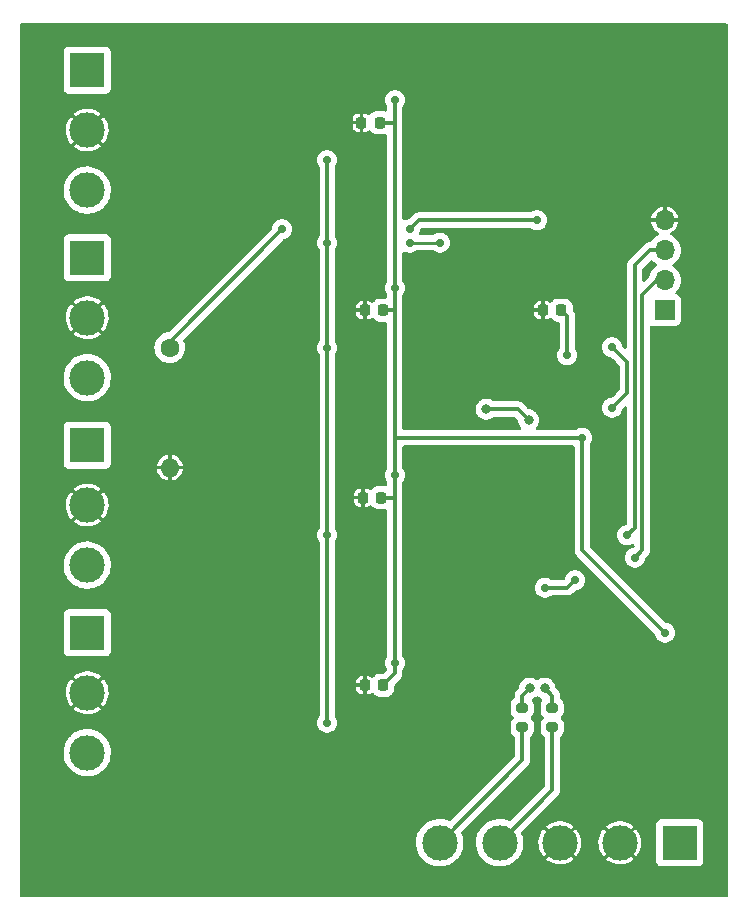
<source format=gbl>
%TF.GenerationSoftware,KiCad,Pcbnew,(6.0.7)*%
%TF.CreationDate,2022-12-07T22:38:20+09:00*%
%TF.ProjectId,multi_channel_temperature,6d756c74-695f-4636-9861-6e6e656c5f74,rev?*%
%TF.SameCoordinates,Original*%
%TF.FileFunction,Copper,L2,Bot*%
%TF.FilePolarity,Positive*%
%FSLAX46Y46*%
G04 Gerber Fmt 4.6, Leading zero omitted, Abs format (unit mm)*
G04 Created by KiCad (PCBNEW (6.0.7)) date 2022-12-07 22:38:20*
%MOMM*%
%LPD*%
G01*
G04 APERTURE LIST*
G04 Aperture macros list*
%AMRoundRect*
0 Rectangle with rounded corners*
0 $1 Rounding radius*
0 $2 $3 $4 $5 $6 $7 $8 $9 X,Y pos of 4 corners*
0 Add a 4 corners polygon primitive as box body*
4,1,4,$2,$3,$4,$5,$6,$7,$8,$9,$2,$3,0*
0 Add four circle primitives for the rounded corners*
1,1,$1+$1,$2,$3*
1,1,$1+$1,$4,$5*
1,1,$1+$1,$6,$7*
1,1,$1+$1,$8,$9*
0 Add four rect primitives between the rounded corners*
20,1,$1+$1,$2,$3,$4,$5,0*
20,1,$1+$1,$4,$5,$6,$7,0*
20,1,$1+$1,$6,$7,$8,$9,0*
20,1,$1+$1,$8,$9,$2,$3,0*%
G04 Aperture macros list end*
%TA.AperFunction,ComponentPad*%
%ADD10C,3.000000*%
%TD*%
%TA.AperFunction,ComponentPad*%
%ADD11R,3.000000X3.000000*%
%TD*%
%TA.AperFunction,ComponentPad*%
%ADD12C,1.600000*%
%TD*%
%TA.AperFunction,ComponentPad*%
%ADD13O,1.600000X1.600000*%
%TD*%
%TA.AperFunction,ComponentPad*%
%ADD14R,1.700000X1.700000*%
%TD*%
%TA.AperFunction,ComponentPad*%
%ADD15O,1.700000X1.700000*%
%TD*%
%TA.AperFunction,SMDPad,CuDef*%
%ADD16RoundRect,0.200000X-0.275000X0.200000X-0.275000X-0.200000X0.275000X-0.200000X0.275000X0.200000X0*%
%TD*%
%TA.AperFunction,SMDPad,CuDef*%
%ADD17RoundRect,0.225000X0.225000X0.250000X-0.225000X0.250000X-0.225000X-0.250000X0.225000X-0.250000X0*%
%TD*%
%TA.AperFunction,ViaPad*%
%ADD18C,0.800000*%
%TD*%
%TA.AperFunction,ViaPad*%
%ADD19C,0.700000*%
%TD*%
%TA.AperFunction,ViaPad*%
%ADD20C,5.500000*%
%TD*%
%TA.AperFunction,Conductor*%
%ADD21C,0.300000*%
%TD*%
%TA.AperFunction,Conductor*%
%ADD22C,0.250000*%
%TD*%
G04 APERTURE END LIST*
D10*
%TO.P,CN3,3,Pin_3*%
%TO.N,Net-(C5-Pad2)*%
X-64770000Y7620000D03*
%TO.P,CN3,2,Pin_2*%
%TO.N,GND*%
X-64770000Y12700000D03*
D11*
%TO.P,CN3,1,Pin_1*%
%TO.N,Net-(C6-Pad2)*%
X-64770000Y17780000D03*
%TD*%
D12*
%TO.P,R43,1*%
%TO.N,Net-(R35-Pad2)*%
X-57785000Y26035000D03*
D13*
%TO.P,R43,2*%
%TO.N,GND*%
X-57785000Y15875000D03*
%TD*%
D10*
%TO.P,CN4,3,Pin_3*%
%TO.N,Net-(C17-Pad2)*%
X-64770000Y-8255000D03*
%TO.P,CN4,2,Pin_2*%
%TO.N,GND*%
X-64770000Y-3175000D03*
D11*
%TO.P,CN4,1,Pin_1*%
%TO.N,Net-(C18-Pad2)*%
X-64770000Y1905000D03*
%TD*%
D14*
%TO.P,CN5,1,Pin_1*%
%TO.N,Net-(D1-Pad2)*%
X-15875000Y29220000D03*
D15*
%TO.P,CN5,2,Pin_2*%
%TO.N,SWDIO*%
X-15875000Y31760000D03*
%TO.P,CN5,3,Pin_3*%
%TO.N,SWCLK*%
X-15875000Y34300000D03*
%TO.P,CN5,4,Pin_4*%
%TO.N,GND*%
X-15875000Y36840000D03*
%TD*%
D10*
%TO.P,CN2,3,Pin_3*%
%TO.N,Net-(C19-Pad2)*%
X-64770000Y23495000D03*
%TO.P,CN2,2,Pin_2*%
%TO.N,GND*%
X-64770000Y28575000D03*
D11*
%TO.P,CN2,1,Pin_1*%
%TO.N,Net-(C20-Pad2)*%
X-64770000Y33655000D03*
%TD*%
D10*
%TO.P,CN1,3,Pin_3*%
%TO.N,Net-(C7-Pad2)*%
X-64770000Y39370000D03*
%TO.P,CN1,2,Pin_2*%
%TO.N,GND*%
X-64770000Y44450000D03*
D11*
%TO.P,CN1,1,Pin_1*%
%TO.N,Net-(C8-Pad2)*%
X-64770000Y49530000D03*
%TD*%
%TO.P,CN6,1,Pin_1*%
%TO.N,+5V*%
X-14605000Y-15875000D03*
D10*
%TO.P,CN6,2,Pin_2*%
%TO.N,GND*%
X-19685000Y-15875000D03*
%TO.P,CN6,3,Pin_3*%
X-24765000Y-15875000D03*
%TO.P,CN6,4,Pin_4*%
%TO.N,Net-(CN6-Pad4)*%
X-29845000Y-15875000D03*
%TO.P,CN6,5,Pin_5*%
%TO.N,Net-(CN6-Pad5)*%
X-34925000Y-15875000D03*
%TD*%
D16*
%TO.P,R46,1*%
%TO.N,Net-(IC9-Pad7)*%
X-25400000Y-4446000D03*
%TO.P,R46,2*%
%TO.N,Net-(CN6-Pad4)*%
X-25400000Y-6096000D03*
%TD*%
D17*
%TO.P,C36,1*%
%TO.N,+3V3*%
X-39725000Y-2540000D03*
%TO.P,C36,2*%
%TO.N,GND*%
X-41275000Y-2540000D03*
%TD*%
%TO.P,C35,1*%
%TO.N,+3V3*%
X-40005000Y45085000D03*
%TO.P,C35,2*%
%TO.N,GND*%
X-41555000Y45085000D03*
%TD*%
%TO.P,C39,1*%
%TO.N,+3V3*%
X-24625000Y29210000D03*
%TO.P,C39,2*%
%TO.N,GND*%
X-26175000Y29210000D03*
%TD*%
%TO.P,C38,1*%
%TO.N,+3V3*%
X-39725000Y29210000D03*
%TO.P,C38,2*%
%TO.N,GND*%
X-41275000Y29210000D03*
%TD*%
%TO.P,C34,1*%
%TO.N,+3V3*%
X-39865000Y13335000D03*
%TO.P,C34,2*%
%TO.N,GND*%
X-41415000Y13335000D03*
%TD*%
D16*
%TO.P,R49,1*%
%TO.N,Net-(IC9-Pad6)*%
X-27940000Y-4446000D03*
%TO.P,R49,2*%
%TO.N,Net-(CN6-Pad5)*%
X-27940000Y-6096000D03*
%TD*%
D18*
%TO.N,TEMP_REF*%
X-30988000Y20828000D03*
X-27400000Y19907500D03*
D19*
%TO.N,GND*%
X-57150000Y46355000D03*
X-36576000Y20828000D03*
X-40005000Y19685000D03*
X-40005000Y40640000D03*
X-40005000Y38735000D03*
X-56515000Y-5715000D03*
X-43180000Y-3175000D03*
D20*
X-45000000Y-16000000D03*
D19*
X-57150000Y43815000D03*
X-32512000Y29464000D03*
X-56515000Y12065000D03*
X-35560000Y19685000D03*
X-48260000Y11430000D03*
X-56515000Y14605000D03*
X-40005000Y5080000D03*
X-50800000Y40005000D03*
X-33020000Y-2540000D03*
X-37465000Y2540000D03*
X-29845000Y7620000D03*
X-35560000Y17145000D03*
X-11430000Y6985000D03*
X-52705000Y8255000D03*
X-34036000Y39624000D03*
X-37465000Y8255000D03*
X-56423966Y32600792D03*
X-20320000Y22225000D03*
X-45720000Y5080000D03*
X-37465000Y19685000D03*
X-42545000Y28575000D03*
X-11430000Y35560000D03*
X-30338641Y38744576D03*
X-11430000Y1905000D03*
X-27305000Y25400000D03*
X-27305000Y10160000D03*
X-24130000Y13970000D03*
X-30988000Y16256000D03*
X-20320000Y24765000D03*
X-44450000Y-7620000D03*
X-33020000Y8255000D03*
X-13970000Y17780000D03*
X-40005000Y2540000D03*
X-52705000Y41910000D03*
X-56515000Y5080000D03*
X-45720000Y23495000D03*
X-11430000Y20955000D03*
X-19685000Y39370000D03*
X-56515000Y-1270000D03*
X-16510000Y13335000D03*
X-19685000Y37465000D03*
D20*
X-65000000Y-16000000D03*
D19*
X-43180000Y23495000D03*
X-11430000Y15875000D03*
X-30480000Y-3175000D03*
X-27305000Y13970000D03*
X-43180000Y44450000D03*
X-11430000Y11430000D03*
X-32385000Y38735000D03*
X-40005000Y23495000D03*
X-45720000Y8255000D03*
X-28575000Y38735000D03*
X-33020000Y2540000D03*
X-45720000Y40005000D03*
X-43180000Y12700000D03*
X-32512000Y28448000D03*
X-54610000Y26035000D03*
X-11430000Y27305000D03*
X-11430000Y-7620000D03*
X-21590000Y19685000D03*
X-11430000Y30480000D03*
X-24130000Y10160000D03*
X-40005000Y8255000D03*
X-11430000Y-5715000D03*
X-20320000Y4445000D03*
X-35560000Y4064000D03*
X-56515000Y30480000D03*
X-20955000Y16510000D03*
X-43180000Y5080000D03*
X-27305000Y33020000D03*
X-43180000Y19685000D03*
X-29845000Y5715000D03*
X-29845000Y17145000D03*
X-48260000Y43180000D03*
X-42545000Y38735000D03*
X-48260000Y27305000D03*
X-30480000Y35560000D03*
X-33020000Y5080000D03*
X-19702110Y35554660D03*
X-30480000Y-5080000D03*
X-39624000Y-8128000D03*
X-56515000Y-3810000D03*
X-25400000Y41275000D03*
X-48260000Y-4445000D03*
X-19749500Y19685000D03*
X-32385000Y35560000D03*
X-56515000Y635000D03*
D20*
X-15000000Y49000000D03*
D19*
X-13512800Y13360400D03*
X-30480000Y-6985000D03*
X-33020000Y10795000D03*
X-21590000Y5715000D03*
X-32385000Y17145000D03*
X-50800000Y-7620000D03*
%TO.N,+3V3*%
X-24130000Y25400000D03*
X-38735000Y15240000D03*
X-38735000Y-635000D03*
X-15875000Y1905000D03*
X-22860000Y18415000D03*
X-38735000Y46990000D03*
X-38735000Y31115000D03*
%TO.N,TEMP_REF*%
X-20320000Y26074500D03*
X-20320000Y20955000D03*
%TO.N,UART_DE*%
X-23495000Y6350000D03*
X-26035000Y5715000D03*
%TO.N,SWDIO*%
X-18415000Y8255000D03*
%TO.N,+1V5*%
X-44450000Y26035000D03*
X-37465000Y34925000D03*
X-44450000Y34925000D03*
X-34925000Y34925000D03*
X-44450000Y41910000D03*
X-44450000Y10160000D03*
X-44450000Y-5715000D03*
D18*
%TO.N,Net-(IC9-Pad6)*%
X-27305000Y-2794000D03*
%TO.N,Net-(IC9-Pad7)*%
X-26035000Y-2794000D03*
D19*
%TO.N,Net-(R35-Pad2)*%
X-26670000Y36830000D03*
X-37465000Y36068000D03*
X-48260000Y36068000D03*
%TO.N,SWCLK*%
X-19050000Y10160000D03*
%TD*%
D21*
%TO.N,TEMP_REF*%
X-28320500Y20828000D02*
X-30988000Y20828000D01*
X-27400000Y19907500D02*
X-28320500Y20828000D01*
%TO.N,+3V3*%
X-15875000Y1905000D02*
X-22860000Y8890000D01*
X-38735000Y19685000D02*
X-38735000Y31351041D01*
X-39865000Y13335000D02*
X-38735000Y13335000D01*
X-39725000Y-2540000D02*
X-38735000Y-1550000D01*
X-39725000Y29210000D02*
X-38735000Y29210000D01*
X-38735000Y19685000D02*
X-38735000Y17780000D01*
X-38735000Y-1550000D02*
X-38735000Y-635000D01*
X-38735000Y28257500D02*
X-38735000Y29210000D01*
X-38735000Y17780000D02*
X-38735000Y15240000D01*
X-24625000Y29210000D02*
X-24130000Y28715000D01*
X-22860000Y8890000D02*
X-22860000Y18415000D01*
X-38735000Y18415000D02*
X-38735000Y19685000D01*
X-38735000Y13335000D02*
X-38735000Y-635000D01*
X-24130000Y28715000D02*
X-24130000Y25400000D01*
X-22860000Y18415000D02*
X-38735000Y18415000D01*
X-38735000Y45085000D02*
X-38735000Y46990000D01*
X-38735000Y15240000D02*
X-38735000Y13335000D01*
X-40005000Y45085000D02*
X-38735000Y45085000D01*
X-38735000Y29210000D02*
X-38735000Y45085000D01*
%TO.N,TEMP_REF*%
X-19050000Y24804500D02*
X-20320000Y26074500D01*
X-19050000Y22225000D02*
X-19050000Y24804500D01*
X-20320000Y20955000D02*
X-19050000Y22225000D01*
%TO.N,UART_DE*%
X-24130000Y5715000D02*
X-23495000Y6350000D01*
X-26035000Y5715000D02*
X-24130000Y5715000D01*
%TO.N,SWDIO*%
X-18415000Y8255000D02*
X-17780000Y8890000D01*
X-16500000Y31760000D02*
X-15875000Y31760000D01*
X-17780000Y30480000D02*
X-16500000Y31760000D01*
X-17780000Y8890000D02*
X-17780000Y30480000D01*
D22*
%TO.N,+1V5*%
X-44450000Y34925000D02*
X-44450000Y35560000D01*
X-34925000Y34925000D02*
X-37465000Y34925000D01*
D21*
X-44450000Y41910000D02*
X-44450000Y-5715000D01*
%TO.N,Net-(IC9-Pad6)*%
X-27940000Y-3429000D02*
X-27305000Y-2794000D01*
X-27940000Y-4446000D02*
X-27940000Y-3429000D01*
%TO.N,Net-(IC9-Pad7)*%
X-25400000Y-3429000D02*
X-25400000Y-4446000D01*
X-26035000Y-2794000D02*
X-25400000Y-3429000D01*
%TO.N,Net-(R35-Pad2)*%
X-57785000Y26035000D02*
X-57785000Y26543000D01*
X-57785000Y26543000D02*
X-48260000Y36068000D01*
X-36703000Y36830000D02*
X-26670000Y36830000D01*
X-37465000Y36068000D02*
X-36703000Y36830000D01*
%TO.N,Net-(CN6-Pad4)*%
X-25400000Y-11430000D02*
X-29845000Y-15875000D01*
X-25400000Y-6096000D02*
X-25400000Y-11430000D01*
%TO.N,Net-(CN6-Pad5)*%
X-27940000Y-6096000D02*
X-27940000Y-8890000D01*
X-27940000Y-8890000D02*
X-34925000Y-15875000D01*
%TO.N,SWCLK*%
X-18415000Y10795000D02*
X-18415000Y33020000D01*
X-18415000Y33020000D02*
X-17135000Y34300000D01*
X-19050000Y10160000D02*
X-18415000Y10795000D01*
X-17135000Y34300000D02*
X-15875000Y34300000D01*
%TD*%
%TA.AperFunction,Conductor*%
%TO.N,GND*%
G36*
X-10575000Y53479538D02*
G01*
X-10520462Y53425000D01*
X-10500500Y53350500D01*
X-10500500Y-20350500D01*
X-10520462Y-20425000D01*
X-10575000Y-20479538D01*
X-10649500Y-20499500D01*
X-70350500Y-20499500D01*
X-70425000Y-20479538D01*
X-70479538Y-20425000D01*
X-70499500Y-20350500D01*
X-70499500Y-15812002D01*
X-36929620Y-15812002D01*
X-36918498Y-16095084D01*
X-36867600Y-16373775D01*
X-36865932Y-16378776D01*
X-36865930Y-16378782D01*
X-36779612Y-16637510D01*
X-36779609Y-16637517D01*
X-36777942Y-16642514D01*
X-36651313Y-16895939D01*
X-36490239Y-17128993D01*
X-36486657Y-17132868D01*
X-36367136Y-17262165D01*
X-36297935Y-17337027D01*
X-36078236Y-17515889D01*
X-35972539Y-17579524D01*
X-35854775Y-17650424D01*
X-35835528Y-17662012D01*
X-35574652Y-17772478D01*
X-35569553Y-17773830D01*
X-35569550Y-17773831D01*
X-35372571Y-17826059D01*
X-35300814Y-17845085D01*
X-35019477Y-17878384D01*
X-34897108Y-17875500D01*
X-34741511Y-17871833D01*
X-34741509Y-17871833D01*
X-34736255Y-17871709D01*
X-34568170Y-17843732D01*
X-34461989Y-17826059D01*
X-34461985Y-17826058D01*
X-34456800Y-17825195D01*
X-34368994Y-17797426D01*
X-34191699Y-17741355D01*
X-34191692Y-17741352D01*
X-34186686Y-17739769D01*
X-34181952Y-17737496D01*
X-34181945Y-17737493D01*
X-34000625Y-17650424D01*
X-33931303Y-17617136D01*
X-33926926Y-17614212D01*
X-33926920Y-17614208D01*
X-33723485Y-17478277D01*
X-33695747Y-17459743D01*
X-33484719Y-17270730D01*
X-33302427Y-17053868D01*
X-33299639Y-17049398D01*
X-33155299Y-16817956D01*
X-33155297Y-16817952D01*
X-33152511Y-16813485D01*
X-33037960Y-16554376D01*
X-32987025Y-16373775D01*
X-32962488Y-16286773D01*
X-32962487Y-16286768D01*
X-32961061Y-16281712D01*
X-32923348Y-16000933D01*
X-32923228Y-15997127D01*
X-32919509Y-15878801D01*
X-32919509Y-15878792D01*
X-32919390Y-15875000D01*
X-32923850Y-15812002D01*
X-32939027Y-15597662D01*
X-32939399Y-15592407D01*
X-32999025Y-15315453D01*
X-33019355Y-15260346D01*
X-33086337Y-15078781D01*
X-33093395Y-15001977D01*
X-33061104Y-14931934D01*
X-33051906Y-14921851D01*
X-27536706Y-9406651D01*
X-27528881Y-9399531D01*
X-27522060Y-9395202D01*
X-27474412Y-9344462D01*
X-27471155Y-9341100D01*
X-27451089Y-9321034D01*
X-27448216Y-9317330D01*
X-27445311Y-9314035D01*
X-27440013Y-9307831D01*
X-27409552Y-9275393D01*
X-27400273Y-9258515D01*
X-27387440Y-9238980D01*
X-27381386Y-9231176D01*
X-27381382Y-9231169D01*
X-27375637Y-9223763D01*
X-27364469Y-9197956D01*
X-27357976Y-9182950D01*
X-27351798Y-9170339D01*
X-27334888Y-9139581D01*
X-27334887Y-9139579D01*
X-27330373Y-9131368D01*
X-27325585Y-9112721D01*
X-27318011Y-9090598D01*
X-27314088Y-9081533D01*
X-27314087Y-9081529D01*
X-27310364Y-9072926D01*
X-27303406Y-9028999D01*
X-27300561Y-9015258D01*
X-27291831Y-8981254D01*
X-27289500Y-8972177D01*
X-27289500Y-8952921D01*
X-27287667Y-8929624D01*
X-27284653Y-8910595D01*
X-27288839Y-8866314D01*
X-27289500Y-8852291D01*
X-27289500Y-6969411D01*
X-27269538Y-6894911D01*
X-27234018Y-6853977D01*
X-27229592Y-6851297D01*
X-27109703Y-6731408D01*
X-27105053Y-6723730D01*
X-27105050Y-6723726D01*
X-27026525Y-6594065D01*
X-27026524Y-6594063D01*
X-27021873Y-6586383D01*
X-26971171Y-6424594D01*
X-26964500Y-6351993D01*
X-26964501Y-5840008D01*
X-26971171Y-5767406D01*
X-27021873Y-5605617D01*
X-27026525Y-5597935D01*
X-27105050Y-5468274D01*
X-27105053Y-5468270D01*
X-27109703Y-5460592D01*
X-27193936Y-5376359D01*
X-27232500Y-5309564D01*
X-27232500Y-5232436D01*
X-27193936Y-5165641D01*
X-27109703Y-5081408D01*
X-27105053Y-5073730D01*
X-27105050Y-5073726D01*
X-27026525Y-4944065D01*
X-27026524Y-4944063D01*
X-27021873Y-4936383D01*
X-26971171Y-4774594D01*
X-26964500Y-4701993D01*
X-26964501Y-4190008D01*
X-26971171Y-4117406D01*
X-26995133Y-4040942D01*
X-27019188Y-3964185D01*
X-27021873Y-3955617D01*
X-27078355Y-3862354D01*
X-27099873Y-3788288D01*
X-27081476Y-3713387D01*
X-27028092Y-3657719D01*
X-27011510Y-3649050D01*
X-26852270Y-3578151D01*
X-26757580Y-3509355D01*
X-26685574Y-3481715D01*
X-26609396Y-3493781D01*
X-26582420Y-3509355D01*
X-26487730Y-3578151D01*
X-26328490Y-3649050D01*
X-26268550Y-3697588D01*
X-26240910Y-3769594D01*
X-26252976Y-3845772D01*
X-26261644Y-3862353D01*
X-26318127Y-3955617D01*
X-26368829Y-4117406D01*
X-26375500Y-4190007D01*
X-26375499Y-4701992D01*
X-26368829Y-4774594D01*
X-26318127Y-4936383D01*
X-26313476Y-4944063D01*
X-26313475Y-4944065D01*
X-26234950Y-5073726D01*
X-26234947Y-5073730D01*
X-26230297Y-5081408D01*
X-26146064Y-5165641D01*
X-26107500Y-5232436D01*
X-26107500Y-5309564D01*
X-26146064Y-5376359D01*
X-26230297Y-5460592D01*
X-26234947Y-5468270D01*
X-26234950Y-5468274D01*
X-26313475Y-5597935D01*
X-26318127Y-5605617D01*
X-26368829Y-5767406D01*
X-26375500Y-5840007D01*
X-26375499Y-6351992D01*
X-26368829Y-6424594D01*
X-26366466Y-6432133D01*
X-26366466Y-6432135D01*
X-26358113Y-6458788D01*
X-26318127Y-6586383D01*
X-26313476Y-6594063D01*
X-26313475Y-6594065D01*
X-26234950Y-6723726D01*
X-26234947Y-6723730D01*
X-26230297Y-6731408D01*
X-26110408Y-6851297D01*
X-26106372Y-6853741D01*
X-26061252Y-6913836D01*
X-26050500Y-6969411D01*
X-26050500Y-11098836D01*
X-26070462Y-11173336D01*
X-26094141Y-11204195D01*
X-28892991Y-14003045D01*
X-28959786Y-14041609D01*
X-29036914Y-14041609D01*
X-29052101Y-14036652D01*
X-29255270Y-13958052D01*
X-29531253Y-13894082D01*
X-29536494Y-13893628D01*
X-29536501Y-13893627D01*
X-29808240Y-13870092D01*
X-29808244Y-13870092D01*
X-29813497Y-13869637D01*
X-30096370Y-13885205D01*
X-30101538Y-13886233D01*
X-30369050Y-13939444D01*
X-30369056Y-13939446D01*
X-30374226Y-13940474D01*
X-30379204Y-13942222D01*
X-30379207Y-13942223D01*
X-30636558Y-14032598D01*
X-30641524Y-14034342D01*
X-30646187Y-14036764D01*
X-30646191Y-14036766D01*
X-30888259Y-14162510D01*
X-30888266Y-14162514D01*
X-30892928Y-14164936D01*
X-31123424Y-14329651D01*
X-31127230Y-14333281D01*
X-31127234Y-14333285D01*
X-31239031Y-14439934D01*
X-31328412Y-14525199D01*
X-31503801Y-14747680D01*
X-31547291Y-14822554D01*
X-31604967Y-14921851D01*
X-31646093Y-14992654D01*
X-31752448Y-15255232D01*
X-31820745Y-15530177D01*
X-31821282Y-15535418D01*
X-31821283Y-15535424D01*
X-31837183Y-15690619D01*
X-31849620Y-15812002D01*
X-31838498Y-16095084D01*
X-31787600Y-16373775D01*
X-31785932Y-16378776D01*
X-31785930Y-16378782D01*
X-31699612Y-16637510D01*
X-31699609Y-16637517D01*
X-31697942Y-16642514D01*
X-31571313Y-16895939D01*
X-31410239Y-17128993D01*
X-31406657Y-17132868D01*
X-31287136Y-17262165D01*
X-31217935Y-17337027D01*
X-30998236Y-17515889D01*
X-30892539Y-17579524D01*
X-30774775Y-17650424D01*
X-30755528Y-17662012D01*
X-30494652Y-17772478D01*
X-30489553Y-17773830D01*
X-30489550Y-17773831D01*
X-30292571Y-17826059D01*
X-30220814Y-17845085D01*
X-29939477Y-17878384D01*
X-29817108Y-17875500D01*
X-29661511Y-17871833D01*
X-29661509Y-17871833D01*
X-29656255Y-17871709D01*
X-29488170Y-17843732D01*
X-29381989Y-17826059D01*
X-29381985Y-17826058D01*
X-29376800Y-17825195D01*
X-29288994Y-17797426D01*
X-29111699Y-17741355D01*
X-29111692Y-17741352D01*
X-29106686Y-17739769D01*
X-29101952Y-17737496D01*
X-29101945Y-17737493D01*
X-28920625Y-17650424D01*
X-28851303Y-17617136D01*
X-28846926Y-17614212D01*
X-28846920Y-17614208D01*
X-28643485Y-17478277D01*
X-28615747Y-17459743D01*
X-28404719Y-17270730D01*
X-28389463Y-17252581D01*
X-25924586Y-17252581D01*
X-25920283Y-17260035D01*
X-25725991Y-17402496D01*
X-25716635Y-17408342D01*
X-25489658Y-17527761D01*
X-25479535Y-17532162D01*
X-25237407Y-17616717D01*
X-25226743Y-17619574D01*
X-24974768Y-17667413D01*
X-24963813Y-17668661D01*
X-24707530Y-17678730D01*
X-24696507Y-17678345D01*
X-24441559Y-17650424D01*
X-24430707Y-17648413D01*
X-24182676Y-17583111D01*
X-24172258Y-17579524D01*
X-23936599Y-17478277D01*
X-23926825Y-17473189D01*
X-23708723Y-17338224D01*
X-23699796Y-17331738D01*
X-23617613Y-17262165D01*
X-23610964Y-17252581D01*
X-20844586Y-17252581D01*
X-20840283Y-17260035D01*
X-20645991Y-17402496D01*
X-20636635Y-17408342D01*
X-20409658Y-17527761D01*
X-20399535Y-17532162D01*
X-20157407Y-17616717D01*
X-20146743Y-17619574D01*
X-19894768Y-17667413D01*
X-19883813Y-17668661D01*
X-19627530Y-17678730D01*
X-19616507Y-17678345D01*
X-19361559Y-17650424D01*
X-19350707Y-17648413D01*
X-19102676Y-17583111D01*
X-19092258Y-17579524D01*
X-18856599Y-17478277D01*
X-18846825Y-17473189D01*
X-18628723Y-17338224D01*
X-18619796Y-17331738D01*
X-18537613Y-17262165D01*
X-18528483Y-17249005D01*
X-18533265Y-17238867D01*
X-19671129Y-16101003D01*
X-19685000Y-16092995D01*
X-19698871Y-16101003D01*
X-20836578Y-17238710D01*
X-20844586Y-17252581D01*
X-23610964Y-17252581D01*
X-23608483Y-17249005D01*
X-23613265Y-17238867D01*
X-24751129Y-16101003D01*
X-24765000Y-16092995D01*
X-24778871Y-16101003D01*
X-25916578Y-17238710D01*
X-25924586Y-17252581D01*
X-28389463Y-17252581D01*
X-28222427Y-17053868D01*
X-28219639Y-17049398D01*
X-28075299Y-16817956D01*
X-28075297Y-16817952D01*
X-28072511Y-16813485D01*
X-27957960Y-16554376D01*
X-27907025Y-16373775D01*
X-27882488Y-16286773D01*
X-27882487Y-16286768D01*
X-27881061Y-16281712D01*
X-27843348Y-16000933D01*
X-27843228Y-15997127D01*
X-27839509Y-15878801D01*
X-27839509Y-15878792D01*
X-27839390Y-15875000D01*
X-27842344Y-15833277D01*
X-26569162Y-15833277D01*
X-26556858Y-16089450D01*
X-26555512Y-16100408D01*
X-26505477Y-16351955D01*
X-26502530Y-16362582D01*
X-26415858Y-16603982D01*
X-26411380Y-16614040D01*
X-26289976Y-16839984D01*
X-26284055Y-16849278D01*
X-26153584Y-17024000D01*
X-26141007Y-17033914D01*
X-26132754Y-17030622D01*
X-24991003Y-15888871D01*
X-24982995Y-15875000D01*
X-24547005Y-15875000D01*
X-24538997Y-15888871D01*
X-23404175Y-17023693D01*
X-23390304Y-17031701D01*
X-23379889Y-17025689D01*
X-23327069Y-16965459D01*
X-23320435Y-16956655D01*
X-23181684Y-16740942D01*
X-23176425Y-16731257D01*
X-23071077Y-16497392D01*
X-23067313Y-16487052D01*
X-22997691Y-16240189D01*
X-22995492Y-16229384D01*
X-22962898Y-15973175D01*
X-22962329Y-15965733D01*
X-22960051Y-15878738D01*
X-22960230Y-15871267D01*
X-22963053Y-15833277D01*
X-21489162Y-15833277D01*
X-21476858Y-16089450D01*
X-21475512Y-16100408D01*
X-21425477Y-16351955D01*
X-21422530Y-16362582D01*
X-21335858Y-16603982D01*
X-21331380Y-16614040D01*
X-21209976Y-16839984D01*
X-21204055Y-16849278D01*
X-21073584Y-17024000D01*
X-21061007Y-17033914D01*
X-21052754Y-17030622D01*
X-19911003Y-15888871D01*
X-19902995Y-15875000D01*
X-19467005Y-15875000D01*
X-19458997Y-15888871D01*
X-18324175Y-17023693D01*
X-18310304Y-17031701D01*
X-18299889Y-17025689D01*
X-18247069Y-16965459D01*
X-18240435Y-16956655D01*
X-18101684Y-16740942D01*
X-18096425Y-16731257D01*
X-17991077Y-16497392D01*
X-17987313Y-16487052D01*
X-17917691Y-16240189D01*
X-17915492Y-16229384D01*
X-17882898Y-15973175D01*
X-17882329Y-15965733D01*
X-17880051Y-15878738D01*
X-17880230Y-15871267D01*
X-17899370Y-15613719D01*
X-17901002Y-15602799D01*
X-17957604Y-15352649D01*
X-17960830Y-15342099D01*
X-18053785Y-15103065D01*
X-18058535Y-15093105D01*
X-18185805Y-14870429D01*
X-18191971Y-14861289D01*
X-18297608Y-14727288D01*
X-18310440Y-14717706D01*
X-18319441Y-14721573D01*
X-19458997Y-15861129D01*
X-19467005Y-15875000D01*
X-19902995Y-15875000D01*
X-19911003Y-15861129D01*
X-21045662Y-14726470D01*
X-21059533Y-14718462D01*
X-21068913Y-14723877D01*
X-21150982Y-14822554D01*
X-21157385Y-14831530D01*
X-21290440Y-15050797D01*
X-21295448Y-15060626D01*
X-21394631Y-15297151D01*
X-21398131Y-15307611D01*
X-21461263Y-15556197D01*
X-21463178Y-15567058D01*
X-21488874Y-15822243D01*
X-21489162Y-15833277D01*
X-22963053Y-15833277D01*
X-22979370Y-15613719D01*
X-22981002Y-15602799D01*
X-23037604Y-15352649D01*
X-23040830Y-15342099D01*
X-23133785Y-15103065D01*
X-23138535Y-15093105D01*
X-23265805Y-14870429D01*
X-23271971Y-14861289D01*
X-23377608Y-14727288D01*
X-23390440Y-14717706D01*
X-23399441Y-14721573D01*
X-24538997Y-15861129D01*
X-24547005Y-15875000D01*
X-24982995Y-15875000D01*
X-24991003Y-15861129D01*
X-26125662Y-14726470D01*
X-26139533Y-14718462D01*
X-26148913Y-14723877D01*
X-26230982Y-14822554D01*
X-26237385Y-14831530D01*
X-26370440Y-15050797D01*
X-26375448Y-15060626D01*
X-26474631Y-15297151D01*
X-26478131Y-15307611D01*
X-26541263Y-15556197D01*
X-26543178Y-15567058D01*
X-26568874Y-15822243D01*
X-26569162Y-15833277D01*
X-27842344Y-15833277D01*
X-27843850Y-15812002D01*
X-27859027Y-15597662D01*
X-27859399Y-15592407D01*
X-27919025Y-15315453D01*
X-27920846Y-15310517D01*
X-27920848Y-15310510D01*
X-28006337Y-15078783D01*
X-28013395Y-15001978D01*
X-27981105Y-14931935D01*
X-27971906Y-14921852D01*
X-27550441Y-14500387D01*
X-25921960Y-14500387D01*
X-25916350Y-14511518D01*
X-24778871Y-15648997D01*
X-24765000Y-15657005D01*
X-24751129Y-15648997D01*
X-23614732Y-14512600D01*
X-23607681Y-14500387D01*
X-20841960Y-14500387D01*
X-20836350Y-14511518D01*
X-19698871Y-15648997D01*
X-19685000Y-15657005D01*
X-19671129Y-15648997D01*
X-18534732Y-14512600D01*
X-18527096Y-14499374D01*
X-18535993Y-14484495D01*
X-18545023Y-14476000D01*
X-18553588Y-14469064D01*
X-18751654Y-14331662D01*
X-16605500Y-14331662D01*
X-16605499Y-15877302D01*
X-16605499Y-17422376D01*
X-16598851Y-17483580D01*
X-16548526Y-17617824D01*
X-16462546Y-17732546D01*
X-16454052Y-17738912D01*
X-16450792Y-17741355D01*
X-16347824Y-17818526D01*
X-16337886Y-17822252D01*
X-16337885Y-17822252D01*
X-16280586Y-17843732D01*
X-16213580Y-17868851D01*
X-16204295Y-17869860D01*
X-16204294Y-17869860D01*
X-16195226Y-17870845D01*
X-16152377Y-17875500D01*
X-16148338Y-17875500D01*
X-14602698Y-17875499D01*
X-13057624Y-17875499D01*
X-13023873Y-17871833D01*
X-13005706Y-17869860D01*
X-13005703Y-17869859D01*
X-12996420Y-17868851D01*
X-12898596Y-17832179D01*
X-12872115Y-17822252D01*
X-12872114Y-17822252D01*
X-12862176Y-17818526D01*
X-12759208Y-17741355D01*
X-12755948Y-17738912D01*
X-12747454Y-17732546D01*
X-12661474Y-17617824D01*
X-12611149Y-17483580D01*
X-12604500Y-17422377D01*
X-12604500Y-15875000D01*
X-12604501Y-14331651D01*
X-12604501Y-14327624D01*
X-12611149Y-14266420D01*
X-12661474Y-14132176D01*
X-12747454Y-14017454D01*
X-12862176Y-13931474D01*
X-12996420Y-13881149D01*
X-13005705Y-13880140D01*
X-13005706Y-13880140D01*
X-13024925Y-13878052D01*
X-13057623Y-13874500D01*
X-13061662Y-13874500D01*
X-14607302Y-13874501D01*
X-16152376Y-13874501D01*
X-16182178Y-13877738D01*
X-16204294Y-13880140D01*
X-16204297Y-13880141D01*
X-16213580Y-13881149D01*
X-16347824Y-13931474D01*
X-16462546Y-14017454D01*
X-16548526Y-14132176D01*
X-16598851Y-14266420D01*
X-16605500Y-14327623D01*
X-16605500Y-14331662D01*
X-18751654Y-14331662D01*
X-18764319Y-14322876D01*
X-18773836Y-14317270D01*
X-19003860Y-14203835D01*
X-19014080Y-14199705D01*
X-19258353Y-14121513D01*
X-19269081Y-14118938D01*
X-19522217Y-14077712D01*
X-19533213Y-14076750D01*
X-19789667Y-14073392D01*
X-19800672Y-14074065D01*
X-20054814Y-14108653D01*
X-20065599Y-14110945D01*
X-20311820Y-14182712D01*
X-20322173Y-14186583D01*
X-20555086Y-14293956D01*
X-20564720Y-14299297D01*
X-20779228Y-14439934D01*
X-20787962Y-14446636D01*
X-20833179Y-14486994D01*
X-20841960Y-14500387D01*
X-23607681Y-14500387D01*
X-23607096Y-14499374D01*
X-23615993Y-14484495D01*
X-23625023Y-14476000D01*
X-23633588Y-14469064D01*
X-23844319Y-14322876D01*
X-23853836Y-14317270D01*
X-24083860Y-14203835D01*
X-24094080Y-14199705D01*
X-24338353Y-14121513D01*
X-24349081Y-14118938D01*
X-24602217Y-14077712D01*
X-24613213Y-14076750D01*
X-24869667Y-14073392D01*
X-24880672Y-14074065D01*
X-25134814Y-14108653D01*
X-25145599Y-14110945D01*
X-25391820Y-14182712D01*
X-25402173Y-14186583D01*
X-25635086Y-14293956D01*
X-25644720Y-14299297D01*
X-25859228Y-14439934D01*
X-25867962Y-14446636D01*
X-25913179Y-14486994D01*
X-25921960Y-14500387D01*
X-27550441Y-14500387D01*
X-24996701Y-11946647D01*
X-24988879Y-11939529D01*
X-24982060Y-11935202D01*
X-24975643Y-11928368D01*
X-24975640Y-11928366D01*
X-24934428Y-11884479D01*
X-24931171Y-11881117D01*
X-24911089Y-11861035D01*
X-24908223Y-11857341D01*
X-24905352Y-11854084D01*
X-24899995Y-11847812D01*
X-24875969Y-11822227D01*
X-24875967Y-11822225D01*
X-24869552Y-11815393D01*
X-24860274Y-11798515D01*
X-24847443Y-11778983D01*
X-24835638Y-11763764D01*
X-24817977Y-11722953D01*
X-24811809Y-11710360D01*
X-24790373Y-11671368D01*
X-24788043Y-11662292D01*
X-24788041Y-11662288D01*
X-24785583Y-11652714D01*
X-24778012Y-11630598D01*
X-24770365Y-11612927D01*
X-24763409Y-11569008D01*
X-24760562Y-11555262D01*
X-24751831Y-11521256D01*
X-24751831Y-11521255D01*
X-24749500Y-11512177D01*
X-24749500Y-11492921D01*
X-24747666Y-11469612D01*
X-24746119Y-11459847D01*
X-24746119Y-11459844D01*
X-24744654Y-11450595D01*
X-24748839Y-11406322D01*
X-24749500Y-11392301D01*
X-24749500Y-6969411D01*
X-24729538Y-6894911D01*
X-24694018Y-6853977D01*
X-24689592Y-6851297D01*
X-24569703Y-6731408D01*
X-24565053Y-6723730D01*
X-24565050Y-6723726D01*
X-24486525Y-6594065D01*
X-24486524Y-6594063D01*
X-24481873Y-6586383D01*
X-24431171Y-6424594D01*
X-24424500Y-6351993D01*
X-24424501Y-5840008D01*
X-24431171Y-5767406D01*
X-24481873Y-5605617D01*
X-24486525Y-5597935D01*
X-24565050Y-5468274D01*
X-24565053Y-5468270D01*
X-24569703Y-5460592D01*
X-24653936Y-5376359D01*
X-24692500Y-5309564D01*
X-24692500Y-5232436D01*
X-24653936Y-5165641D01*
X-24569703Y-5081408D01*
X-24565053Y-5073730D01*
X-24565050Y-5073726D01*
X-24486525Y-4944065D01*
X-24486524Y-4944063D01*
X-24481873Y-4936383D01*
X-24431171Y-4774594D01*
X-24424500Y-4701993D01*
X-24424501Y-4190008D01*
X-24431171Y-4117406D01*
X-24455133Y-4040942D01*
X-24479188Y-3964185D01*
X-24481873Y-3955617D01*
X-24486525Y-3947935D01*
X-24565050Y-3818274D01*
X-24565053Y-3818270D01*
X-24569703Y-3810592D01*
X-24689592Y-3690703D01*
X-24693628Y-3688259D01*
X-24738748Y-3628164D01*
X-24749500Y-3572589D01*
X-24749500Y-3509154D01*
X-24749002Y-3498586D01*
X-24747240Y-3490704D01*
X-24748434Y-3452686D01*
X-24749426Y-3421138D01*
X-24749500Y-3416458D01*
X-24749500Y-3388075D01*
X-24750086Y-3383437D01*
X-24750359Y-3379092D01*
X-24751005Y-3370881D01*
X-24752107Y-3335804D01*
X-24752107Y-3335801D01*
X-24752402Y-3326431D01*
X-24755879Y-3314460D01*
X-24757775Y-3307935D01*
X-24762515Y-3285049D01*
X-24762632Y-3284123D01*
X-24764929Y-3265942D01*
X-24768377Y-3257233D01*
X-24768379Y-3257226D01*
X-24781299Y-3224596D01*
X-24785847Y-3211312D01*
X-24787306Y-3206288D01*
X-24798255Y-3168602D01*
X-24805336Y-3156628D01*
X-24808058Y-3152026D01*
X-24818347Y-3131025D01*
X-24821824Y-3122243D01*
X-24825432Y-3113129D01*
X-24851580Y-3077139D01*
X-24859276Y-3065421D01*
X-24877146Y-3035205D01*
X-24877147Y-3035203D01*
X-24881919Y-3027135D01*
X-24895534Y-3013520D01*
X-24910719Y-2995741D01*
X-24916528Y-2987745D01*
X-24916530Y-2987743D01*
X-24922037Y-2980163D01*
X-24956304Y-2951815D01*
X-24966687Y-2942367D01*
X-25093931Y-2815123D01*
X-25132495Y-2748328D01*
X-25136756Y-2725339D01*
X-25148510Y-2613506D01*
X-25148510Y-2613504D01*
X-25149326Y-2605744D01*
X-25207821Y-2425716D01*
X-25302467Y-2261784D01*
X-25307689Y-2255984D01*
X-25307693Y-2255979D01*
X-25384724Y-2170429D01*
X-25429129Y-2121112D01*
X-25449536Y-2106285D01*
X-25575954Y-2014438D01*
X-25582270Y-2009849D01*
X-25755197Y-1932856D01*
X-25762833Y-1931233D01*
X-25762836Y-1931232D01*
X-25932713Y-1895124D01*
X-25932714Y-1895124D01*
X-25940354Y-1893500D01*
X-26129646Y-1893500D01*
X-26137286Y-1895124D01*
X-26137287Y-1895124D01*
X-26307164Y-1931232D01*
X-26307167Y-1931233D01*
X-26314803Y-1932856D01*
X-26487730Y-2009849D01*
X-26494046Y-2014438D01*
X-26582420Y-2078645D01*
X-26654426Y-2106285D01*
X-26730604Y-2094219D01*
X-26757580Y-2078645D01*
X-26845954Y-2014438D01*
X-26852270Y-2009849D01*
X-27025197Y-1932856D01*
X-27032833Y-1931233D01*
X-27032836Y-1931232D01*
X-27202713Y-1895124D01*
X-27202714Y-1895124D01*
X-27210354Y-1893500D01*
X-27399646Y-1893500D01*
X-27407286Y-1895124D01*
X-27407287Y-1895124D01*
X-27577164Y-1931232D01*
X-27577167Y-1931233D01*
X-27584803Y-1932856D01*
X-27757730Y-2009849D01*
X-27764046Y-2014438D01*
X-27890463Y-2106285D01*
X-27910871Y-2121112D01*
X-27955276Y-2170429D01*
X-28032307Y-2255979D01*
X-28032311Y-2255984D01*
X-28037533Y-2261784D01*
X-28132179Y-2425716D01*
X-28190674Y-2605744D01*
X-28191490Y-2613504D01*
X-28191490Y-2613506D01*
X-28203244Y-2725339D01*
X-28230885Y-2797344D01*
X-28246069Y-2815123D01*
X-28343299Y-2912353D01*
X-28351121Y-2919471D01*
X-28357940Y-2923798D01*
X-28364357Y-2930632D01*
X-28364360Y-2930634D01*
X-28405572Y-2974521D01*
X-28408829Y-2977883D01*
X-28428911Y-2997965D01*
X-28431777Y-3001659D01*
X-28434648Y-3004916D01*
X-28440005Y-3011188D01*
X-28462558Y-3035205D01*
X-28470448Y-3043607D01*
X-28479726Y-3060485D01*
X-28492557Y-3080017D01*
X-28504362Y-3095236D01*
X-28508086Y-3103841D01*
X-28508088Y-3103845D01*
X-28522023Y-3136049D01*
X-28528195Y-3148648D01*
X-28549627Y-3187632D01*
X-28551958Y-3196711D01*
X-28554417Y-3206288D01*
X-28561989Y-3228406D01*
X-28569635Y-3246074D01*
X-28571101Y-3255330D01*
X-28571102Y-3255333D01*
X-28576591Y-3289990D01*
X-28579437Y-3303734D01*
X-28585264Y-3326431D01*
X-28590500Y-3346823D01*
X-28590500Y-3366079D01*
X-28592335Y-3389389D01*
X-28595347Y-3408405D01*
X-28594465Y-3417734D01*
X-28591161Y-3452686D01*
X-28590500Y-3466709D01*
X-28590500Y-3572589D01*
X-28610462Y-3647089D01*
X-28645982Y-3688023D01*
X-28650408Y-3690703D01*
X-28770297Y-3810592D01*
X-28774947Y-3818270D01*
X-28774950Y-3818274D01*
X-28853475Y-3947935D01*
X-28858127Y-3955617D01*
X-28908829Y-4117406D01*
X-28915500Y-4190007D01*
X-28915499Y-4701992D01*
X-28908829Y-4774594D01*
X-28858127Y-4936383D01*
X-28853476Y-4944063D01*
X-28853475Y-4944065D01*
X-28774950Y-5073726D01*
X-28774947Y-5073730D01*
X-28770297Y-5081408D01*
X-28686064Y-5165641D01*
X-28647500Y-5232436D01*
X-28647500Y-5309564D01*
X-28686064Y-5376359D01*
X-28770297Y-5460592D01*
X-28774947Y-5468270D01*
X-28774950Y-5468274D01*
X-28853475Y-5597935D01*
X-28858127Y-5605617D01*
X-28908829Y-5767406D01*
X-28915500Y-5840007D01*
X-28915499Y-6351992D01*
X-28908829Y-6424594D01*
X-28906466Y-6432133D01*
X-28906466Y-6432135D01*
X-28898113Y-6458788D01*
X-28858127Y-6586383D01*
X-28853476Y-6594063D01*
X-28853475Y-6594065D01*
X-28774950Y-6723726D01*
X-28774947Y-6723730D01*
X-28770297Y-6731408D01*
X-28650408Y-6851297D01*
X-28646372Y-6853741D01*
X-28601252Y-6913836D01*
X-28590500Y-6969411D01*
X-28590500Y-8558836D01*
X-28610462Y-8633336D01*
X-28634141Y-8664195D01*
X-33972991Y-14003045D01*
X-34039786Y-14041609D01*
X-34116914Y-14041609D01*
X-34132101Y-14036652D01*
X-34335270Y-13958052D01*
X-34611253Y-13894082D01*
X-34616494Y-13893628D01*
X-34616501Y-13893627D01*
X-34888240Y-13870092D01*
X-34888244Y-13870092D01*
X-34893497Y-13869637D01*
X-35176370Y-13885205D01*
X-35181538Y-13886233D01*
X-35449050Y-13939444D01*
X-35449056Y-13939446D01*
X-35454226Y-13940474D01*
X-35459204Y-13942222D01*
X-35459207Y-13942223D01*
X-35716558Y-14032598D01*
X-35721524Y-14034342D01*
X-35726187Y-14036764D01*
X-35726191Y-14036766D01*
X-35968259Y-14162510D01*
X-35968266Y-14162514D01*
X-35972928Y-14164936D01*
X-36203424Y-14329651D01*
X-36207230Y-14333281D01*
X-36207234Y-14333285D01*
X-36319031Y-14439934D01*
X-36408412Y-14525199D01*
X-36583801Y-14747680D01*
X-36627291Y-14822554D01*
X-36684967Y-14921851D01*
X-36726093Y-14992654D01*
X-36832448Y-15255232D01*
X-36900745Y-15530177D01*
X-36901282Y-15535418D01*
X-36901283Y-15535424D01*
X-36917183Y-15690619D01*
X-36929620Y-15812002D01*
X-70499500Y-15812002D01*
X-70499500Y-8192002D01*
X-66774620Y-8192002D01*
X-66763498Y-8475084D01*
X-66712600Y-8753775D01*
X-66710932Y-8758776D01*
X-66710930Y-8758782D01*
X-66624612Y-9017510D01*
X-66624609Y-9017517D01*
X-66622942Y-9022514D01*
X-66620585Y-9027231D01*
X-66526684Y-9215156D01*
X-66496313Y-9275939D01*
X-66335239Y-9508993D01*
X-66142935Y-9717027D01*
X-65923236Y-9895889D01*
X-65918726Y-9898604D01*
X-65755066Y-9997136D01*
X-65680528Y-10042012D01*
X-65419652Y-10152478D01*
X-65414553Y-10153830D01*
X-65414550Y-10153831D01*
X-65217571Y-10206059D01*
X-65145814Y-10225085D01*
X-64864477Y-10258384D01*
X-64754193Y-10255785D01*
X-64586511Y-10251833D01*
X-64586509Y-10251833D01*
X-64581255Y-10251709D01*
X-64413170Y-10223732D01*
X-64306989Y-10206059D01*
X-64306985Y-10206058D01*
X-64301800Y-10205195D01*
X-64213994Y-10177426D01*
X-64036699Y-10121355D01*
X-64036692Y-10121352D01*
X-64031686Y-10119769D01*
X-64026952Y-10117496D01*
X-64026945Y-10117493D01*
X-63864103Y-10039297D01*
X-63776303Y-9997136D01*
X-63771926Y-9994212D01*
X-63771920Y-9994208D01*
X-63545131Y-9842672D01*
X-63540747Y-9839743D01*
X-63329719Y-9650730D01*
X-63147427Y-9433868D01*
X-63124562Y-9397205D01*
X-63000299Y-9197956D01*
X-63000297Y-9197952D01*
X-62997511Y-9193485D01*
X-62882960Y-8934376D01*
X-62832025Y-8753775D01*
X-62807488Y-8666773D01*
X-62807487Y-8666768D01*
X-62806061Y-8661712D01*
X-62768348Y-8380933D01*
X-62764390Y-8255000D01*
X-62768850Y-8192002D01*
X-62784027Y-7977662D01*
X-62784399Y-7972407D01*
X-62844025Y-7695453D01*
X-62942080Y-7429663D01*
X-62970207Y-7377533D01*
X-63074108Y-7184971D01*
X-63074110Y-7184968D01*
X-63076607Y-7180340D01*
X-63112130Y-7132245D01*
X-63241794Y-6956695D01*
X-63244922Y-6952460D01*
X-63248613Y-6948711D01*
X-63248616Y-6948707D01*
X-63350762Y-6844945D01*
X-63443666Y-6750570D01*
X-63460453Y-6737758D01*
X-63664685Y-6581893D01*
X-63668874Y-6578696D01*
X-63916053Y-6440270D01*
X-64180270Y-6338052D01*
X-64456253Y-6274082D01*
X-64461494Y-6273628D01*
X-64461501Y-6273627D01*
X-64733240Y-6250092D01*
X-64733244Y-6250092D01*
X-64738497Y-6249637D01*
X-65021370Y-6265205D01*
X-65026538Y-6266233D01*
X-65294050Y-6319444D01*
X-65294056Y-6319446D01*
X-65299226Y-6320474D01*
X-65304204Y-6322222D01*
X-65304207Y-6322223D01*
X-65398687Y-6355402D01*
X-65566524Y-6414342D01*
X-65571187Y-6416764D01*
X-65571191Y-6416766D01*
X-65813259Y-6542510D01*
X-65813266Y-6542514D01*
X-65817928Y-6544936D01*
X-66048424Y-6709651D01*
X-66052230Y-6713281D01*
X-66052234Y-6713285D01*
X-66177414Y-6832701D01*
X-66253412Y-6905199D01*
X-66256674Y-6909337D01*
X-66256676Y-6909339D01*
X-66369639Y-7052634D01*
X-66428801Y-7127680D01*
X-66571093Y-7372654D01*
X-66677448Y-7635232D01*
X-66745745Y-7910177D01*
X-66746282Y-7915418D01*
X-66746283Y-7915424D01*
X-66762183Y-8070619D01*
X-66774620Y-8192002D01*
X-70499500Y-8192002D01*
X-70499500Y-5715000D01*
X-45305185Y-5715000D01*
X-45304369Y-5722764D01*
X-45292404Y-5836598D01*
X-45286497Y-5892803D01*
X-45231250Y-6062835D01*
X-45141859Y-6217665D01*
X-45136637Y-6223465D01*
X-45136633Y-6223470D01*
X-45049289Y-6320474D01*
X-45022230Y-6350526D01*
X-45015915Y-6355114D01*
X-45015914Y-6355115D01*
X-44895166Y-6442844D01*
X-44877593Y-6455612D01*
X-44714267Y-6528329D01*
X-44539391Y-6565500D01*
X-44360609Y-6565500D01*
X-44185733Y-6528329D01*
X-44022407Y-6455612D01*
X-44004833Y-6442844D01*
X-43884086Y-6355115D01*
X-43884085Y-6355114D01*
X-43877770Y-6350526D01*
X-43850711Y-6320474D01*
X-43763367Y-6223470D01*
X-43763363Y-6223465D01*
X-43758141Y-6217665D01*
X-43668750Y-6062835D01*
X-43613503Y-5892803D01*
X-43607595Y-5836598D01*
X-43595631Y-5722764D01*
X-43594815Y-5715000D01*
X-43613503Y-5537197D01*
X-43668750Y-5367165D01*
X-43758141Y-5212335D01*
X-43763362Y-5206536D01*
X-43767955Y-5200215D01*
X-43766279Y-5198997D01*
X-43796246Y-5140175D01*
X-43799500Y-5109205D01*
X-43799500Y-2826301D01*
X-42024999Y-2826301D01*
X-42024460Y-2835243D01*
X-42015789Y-2906903D01*
X-42011115Y-2925308D01*
X-41965427Y-3040704D01*
X-41955546Y-3058240D01*
X-41880864Y-3156628D01*
X-41866628Y-3170864D01*
X-41768240Y-3245546D01*
X-41750704Y-3255427D01*
X-41635301Y-3301117D01*
X-41616911Y-3305788D01*
X-41545240Y-3314461D01*
X-41536303Y-3315000D01*
X-41444616Y-3315000D01*
X-41429145Y-3310855D01*
X-41425000Y-3295384D01*
X-41425000Y-2709616D01*
X-41429145Y-2694145D01*
X-41444616Y-2690000D01*
X-42005383Y-2690000D01*
X-42020854Y-2694145D01*
X-42024999Y-2709616D01*
X-42024999Y-2826301D01*
X-43799500Y-2826301D01*
X-43799500Y-2370384D01*
X-42025000Y-2370384D01*
X-42020855Y-2385855D01*
X-42005384Y-2390000D01*
X-41444616Y-2390000D01*
X-41429145Y-2385855D01*
X-41425000Y-2370384D01*
X-41425000Y-1784617D01*
X-41429145Y-1769146D01*
X-41444616Y-1765001D01*
X-41536301Y-1765001D01*
X-41545243Y-1765540D01*
X-41616903Y-1774211D01*
X-41635308Y-1778885D01*
X-41750704Y-1824573D01*
X-41768240Y-1834454D01*
X-41866628Y-1909136D01*
X-41880864Y-1923372D01*
X-41955546Y-2021760D01*
X-41965427Y-2039296D01*
X-42011117Y-2154699D01*
X-42015788Y-2173089D01*
X-42024461Y-2244760D01*
X-42025000Y-2253697D01*
X-42025000Y-2370384D01*
X-43799500Y-2370384D01*
X-43799500Y9554205D01*
X-43779538Y9628705D01*
X-43767686Y9645019D01*
X-43767955Y9645215D01*
X-43763362Y9651536D01*
X-43758141Y9657335D01*
X-43668750Y9812165D01*
X-43613503Y9982197D01*
X-43594815Y10160000D01*
X-43613503Y10337803D01*
X-43668750Y10507835D01*
X-43758141Y10662665D01*
X-43763362Y10668464D01*
X-43767955Y10674785D01*
X-43766279Y10676003D01*
X-43796246Y10734825D01*
X-43799500Y10765795D01*
X-43799500Y13048699D01*
X-42164999Y13048699D01*
X-42164460Y13039757D01*
X-42155789Y12968097D01*
X-42151115Y12949692D01*
X-42105427Y12834296D01*
X-42095546Y12816760D01*
X-42020864Y12718372D01*
X-42006628Y12704136D01*
X-41908240Y12629454D01*
X-41890704Y12619573D01*
X-41775301Y12573883D01*
X-41756911Y12569212D01*
X-41685240Y12560539D01*
X-41676303Y12560000D01*
X-41584616Y12560000D01*
X-41569145Y12564145D01*
X-41565000Y12579616D01*
X-41565000Y13165384D01*
X-41569145Y13180855D01*
X-41584616Y13185000D01*
X-42145383Y13185000D01*
X-42160854Y13180855D01*
X-42164999Y13165384D01*
X-42164999Y13048699D01*
X-43799500Y13048699D01*
X-43799500Y13504616D01*
X-42165000Y13504616D01*
X-42160855Y13489145D01*
X-42145384Y13485000D01*
X-41584616Y13485000D01*
X-41569145Y13489145D01*
X-41565000Y13504616D01*
X-41565000Y14090383D01*
X-41569145Y14105854D01*
X-41584616Y14109999D01*
X-41676301Y14109999D01*
X-41685243Y14109460D01*
X-41756903Y14100789D01*
X-41775308Y14096115D01*
X-41890704Y14050427D01*
X-41908240Y14040546D01*
X-42006628Y13965864D01*
X-42020864Y13951628D01*
X-42095546Y13853240D01*
X-42105427Y13835704D01*
X-42151117Y13720301D01*
X-42155788Y13701911D01*
X-42164461Y13630240D01*
X-42165000Y13621303D01*
X-42165000Y13504616D01*
X-43799500Y13504616D01*
X-43799500Y25429205D01*
X-43779538Y25503705D01*
X-43767686Y25520019D01*
X-43767955Y25520215D01*
X-43763362Y25526536D01*
X-43758141Y25532335D01*
X-43668750Y25687165D01*
X-43613503Y25857197D01*
X-43608535Y25904459D01*
X-43595631Y26027236D01*
X-43594815Y26035000D01*
X-43599783Y26082264D01*
X-43612687Y26205041D01*
X-43612687Y26205043D01*
X-43613503Y26212803D01*
X-43668750Y26382835D01*
X-43758141Y26537665D01*
X-43763362Y26543464D01*
X-43767955Y26549785D01*
X-43766279Y26551003D01*
X-43796246Y26609825D01*
X-43799500Y26640795D01*
X-43799500Y28923699D01*
X-42024999Y28923699D01*
X-42024460Y28914757D01*
X-42015789Y28843097D01*
X-42011115Y28824692D01*
X-41965427Y28709296D01*
X-41955546Y28691760D01*
X-41880864Y28593372D01*
X-41866628Y28579136D01*
X-41768240Y28504454D01*
X-41750704Y28494573D01*
X-41635301Y28448883D01*
X-41616911Y28444212D01*
X-41545240Y28435539D01*
X-41536303Y28435000D01*
X-41444616Y28435000D01*
X-41429145Y28439145D01*
X-41425000Y28454616D01*
X-41425000Y29040384D01*
X-41429145Y29055855D01*
X-41444616Y29060000D01*
X-42005383Y29060000D01*
X-42020854Y29055855D01*
X-42024999Y29040384D01*
X-42024999Y28923699D01*
X-43799500Y28923699D01*
X-43799500Y29379616D01*
X-42025000Y29379616D01*
X-42020855Y29364145D01*
X-42005384Y29360000D01*
X-41444616Y29360000D01*
X-41429145Y29364145D01*
X-41425000Y29379616D01*
X-41425000Y29965383D01*
X-41429145Y29980854D01*
X-41444616Y29984999D01*
X-41536301Y29984999D01*
X-41545243Y29984460D01*
X-41616903Y29975789D01*
X-41635308Y29971115D01*
X-41750704Y29925427D01*
X-41768240Y29915546D01*
X-41866628Y29840864D01*
X-41880864Y29826628D01*
X-41955546Y29728240D01*
X-41965427Y29710704D01*
X-42011117Y29595301D01*
X-42015788Y29576911D01*
X-42024461Y29505240D01*
X-42025000Y29496303D01*
X-42025000Y29379616D01*
X-43799500Y29379616D01*
X-43799500Y34319205D01*
X-43779538Y34393705D01*
X-43767686Y34410019D01*
X-43767955Y34410215D01*
X-43763362Y34416536D01*
X-43758141Y34422335D01*
X-43668750Y34577165D01*
X-43613503Y34747197D01*
X-43606749Y34811451D01*
X-43595631Y34917236D01*
X-43594815Y34925000D01*
X-43595631Y34932764D01*
X-43612687Y35095041D01*
X-43612687Y35095043D01*
X-43613503Y35102803D01*
X-43668750Y35272835D01*
X-43758141Y35427665D01*
X-43763362Y35433464D01*
X-43767955Y35439785D01*
X-43766279Y35441003D01*
X-43796246Y35499825D01*
X-43799500Y35530795D01*
X-43799500Y41304205D01*
X-43779538Y41378705D01*
X-43767686Y41395019D01*
X-43767955Y41395215D01*
X-43763362Y41401536D01*
X-43758141Y41407335D01*
X-43668750Y41562165D01*
X-43613503Y41732197D01*
X-43594815Y41910000D01*
X-43613503Y42087803D01*
X-43668750Y42257835D01*
X-43758141Y42412665D01*
X-43763363Y42418465D01*
X-43763367Y42418470D01*
X-43872546Y42539724D01*
X-43877770Y42545526D01*
X-44022407Y42650612D01*
X-44185733Y42723329D01*
X-44360609Y42760500D01*
X-44539391Y42760500D01*
X-44547032Y42758876D01*
X-44547031Y42758876D01*
X-44706628Y42724953D01*
X-44706631Y42724952D01*
X-44714267Y42723329D01*
X-44877592Y42650612D01*
X-45022230Y42545526D01*
X-45027454Y42539724D01*
X-45027456Y42539722D01*
X-45136633Y42418470D01*
X-45136637Y42418465D01*
X-45141859Y42412665D01*
X-45231250Y42257835D01*
X-45286497Y42087803D01*
X-45305185Y41910000D01*
X-45286497Y41732197D01*
X-45231250Y41562165D01*
X-45141859Y41407335D01*
X-45136638Y41401536D01*
X-45132045Y41395215D01*
X-45133721Y41393997D01*
X-45103754Y41335175D01*
X-45100500Y41304205D01*
X-45100500Y35530795D01*
X-45120462Y35456295D01*
X-45132314Y35439981D01*
X-45132045Y35439785D01*
X-45136638Y35433464D01*
X-45141859Y35427665D01*
X-45231250Y35272835D01*
X-45286497Y35102803D01*
X-45287313Y35095043D01*
X-45287313Y35095041D01*
X-45304369Y34932764D01*
X-45305185Y34925000D01*
X-45304369Y34917236D01*
X-45293250Y34811451D01*
X-45286497Y34747197D01*
X-45231250Y34577165D01*
X-45141859Y34422335D01*
X-45136638Y34416536D01*
X-45132045Y34410215D01*
X-45133721Y34408997D01*
X-45103754Y34350175D01*
X-45100500Y34319205D01*
X-45100500Y26640795D01*
X-45120462Y26566295D01*
X-45132314Y26549981D01*
X-45132045Y26549785D01*
X-45136638Y26543464D01*
X-45141859Y26537665D01*
X-45231250Y26382835D01*
X-45286497Y26212803D01*
X-45287313Y26205043D01*
X-45287313Y26205041D01*
X-45300217Y26082264D01*
X-45305185Y26035000D01*
X-45304369Y26027236D01*
X-45291464Y25904459D01*
X-45286497Y25857197D01*
X-45231250Y25687165D01*
X-45141859Y25532335D01*
X-45136638Y25526536D01*
X-45132045Y25520215D01*
X-45133721Y25518997D01*
X-45103754Y25460175D01*
X-45100500Y25429205D01*
X-45100500Y10765795D01*
X-45120462Y10691295D01*
X-45132314Y10674981D01*
X-45132045Y10674785D01*
X-45136638Y10668464D01*
X-45141859Y10662665D01*
X-45231250Y10507835D01*
X-45286497Y10337803D01*
X-45305185Y10160000D01*
X-45286497Y9982197D01*
X-45231250Y9812165D01*
X-45141859Y9657335D01*
X-45136638Y9651536D01*
X-45132045Y9645215D01*
X-45133721Y9643997D01*
X-45103754Y9585175D01*
X-45100500Y9554205D01*
X-45100500Y-5109205D01*
X-45120462Y-5183705D01*
X-45132314Y-5200019D01*
X-45132045Y-5200215D01*
X-45136638Y-5206536D01*
X-45141859Y-5212335D01*
X-45231250Y-5367165D01*
X-45286497Y-5537197D01*
X-45305185Y-5715000D01*
X-70499500Y-5715000D01*
X-70499500Y-4552581D01*
X-65929586Y-4552581D01*
X-65925283Y-4560035D01*
X-65730991Y-4702496D01*
X-65721635Y-4708342D01*
X-65494658Y-4827761D01*
X-65484535Y-4832162D01*
X-65242407Y-4916717D01*
X-65231743Y-4919574D01*
X-64979768Y-4967413D01*
X-64968813Y-4968661D01*
X-64712530Y-4978730D01*
X-64701507Y-4978345D01*
X-64446559Y-4950424D01*
X-64435707Y-4948413D01*
X-64187676Y-4883111D01*
X-64177258Y-4879524D01*
X-63941599Y-4778277D01*
X-63931825Y-4773189D01*
X-63713723Y-4638224D01*
X-63704796Y-4631738D01*
X-63622613Y-4562165D01*
X-63613483Y-4549005D01*
X-63618265Y-4538867D01*
X-64756129Y-3401003D01*
X-64770000Y-3392995D01*
X-64783871Y-3401003D01*
X-65921578Y-4538710D01*
X-65929586Y-4552581D01*
X-70499500Y-4552581D01*
X-70499500Y-3133277D01*
X-66574162Y-3133277D01*
X-66561858Y-3389450D01*
X-66560512Y-3400408D01*
X-66510477Y-3651955D01*
X-66507530Y-3662582D01*
X-66420858Y-3903982D01*
X-66416380Y-3914040D01*
X-66294976Y-4139984D01*
X-66289055Y-4149278D01*
X-66158584Y-4324000D01*
X-66146007Y-4333914D01*
X-66137754Y-4330622D01*
X-64996003Y-3188871D01*
X-64987995Y-3175000D01*
X-64552005Y-3175000D01*
X-64543997Y-3188871D01*
X-63409175Y-4323693D01*
X-63395304Y-4331701D01*
X-63384889Y-4325689D01*
X-63332069Y-4265459D01*
X-63325435Y-4256655D01*
X-63186684Y-4040942D01*
X-63181425Y-4031257D01*
X-63076077Y-3797392D01*
X-63072313Y-3787052D01*
X-63002691Y-3540189D01*
X-63000492Y-3529384D01*
X-62967898Y-3273175D01*
X-62967329Y-3265733D01*
X-62965051Y-3178738D01*
X-62965230Y-3171267D01*
X-62984370Y-2913719D01*
X-62986002Y-2902799D01*
X-63042604Y-2652649D01*
X-63045830Y-2642099D01*
X-63138785Y-2403065D01*
X-63143535Y-2393105D01*
X-63270805Y-2170429D01*
X-63276971Y-2161289D01*
X-63382608Y-2027288D01*
X-63395440Y-2017706D01*
X-63404441Y-2021573D01*
X-64543997Y-3161129D01*
X-64552005Y-3175000D01*
X-64987995Y-3175000D01*
X-64996003Y-3161129D01*
X-66130662Y-2026470D01*
X-66144533Y-2018462D01*
X-66153913Y-2023877D01*
X-66235982Y-2122554D01*
X-66242385Y-2131530D01*
X-66375440Y-2350797D01*
X-66380448Y-2360626D01*
X-66479631Y-2597151D01*
X-66483131Y-2607611D01*
X-66546263Y-2856197D01*
X-66548178Y-2867058D01*
X-66573874Y-3122243D01*
X-66574162Y-3133277D01*
X-70499500Y-3133277D01*
X-70499500Y-1800387D01*
X-65926960Y-1800387D01*
X-65921350Y-1811518D01*
X-64783871Y-2948997D01*
X-64770000Y-2957005D01*
X-64756129Y-2948997D01*
X-63619732Y-1812600D01*
X-63612096Y-1799374D01*
X-63620993Y-1784495D01*
X-63630023Y-1776000D01*
X-63638588Y-1769064D01*
X-63849319Y-1622876D01*
X-63858836Y-1617270D01*
X-64088860Y-1503835D01*
X-64099080Y-1499705D01*
X-64343353Y-1421513D01*
X-64354081Y-1418938D01*
X-64607217Y-1377712D01*
X-64618213Y-1376750D01*
X-64874667Y-1373392D01*
X-64885672Y-1374065D01*
X-65139814Y-1408653D01*
X-65150599Y-1410945D01*
X-65396820Y-1482712D01*
X-65407173Y-1486583D01*
X-65640086Y-1593956D01*
X-65649720Y-1599297D01*
X-65864228Y-1739934D01*
X-65872962Y-1746636D01*
X-65918179Y-1786994D01*
X-65926960Y-1800387D01*
X-70499500Y-1800387D01*
X-70499500Y3448338D01*
X-66770500Y3448338D01*
X-66770499Y1902697D01*
X-66770499Y357624D01*
X-66763851Y296420D01*
X-66713526Y162176D01*
X-66627546Y47454D01*
X-66512824Y-38526D01*
X-66378580Y-88851D01*
X-66369295Y-89860D01*
X-66369294Y-89860D01*
X-66350075Y-91948D01*
X-66317377Y-95500D01*
X-66313338Y-95500D01*
X-64767698Y-95499D01*
X-63222624Y-95499D01*
X-63192822Y-92262D01*
X-63170706Y-89860D01*
X-63170703Y-89859D01*
X-63161420Y-88851D01*
X-63027176Y-38526D01*
X-62912454Y47454D01*
X-62826474Y162176D01*
X-62776149Y296420D01*
X-62769500Y357623D01*
X-62769500Y1905000D01*
X-62769501Y3448349D01*
X-62769501Y3452376D01*
X-62776149Y3513580D01*
X-62826474Y3647824D01*
X-62912454Y3762546D01*
X-63027176Y3848526D01*
X-63161420Y3898851D01*
X-63170705Y3899860D01*
X-63170706Y3899860D01*
X-63189925Y3901948D01*
X-63222623Y3905500D01*
X-63226662Y3905500D01*
X-64772302Y3905499D01*
X-66317376Y3905499D01*
X-66347178Y3902262D01*
X-66369294Y3899860D01*
X-66369297Y3899859D01*
X-66378580Y3898851D01*
X-66512824Y3848526D01*
X-66627546Y3762546D01*
X-66713526Y3647824D01*
X-66763851Y3513580D01*
X-66770500Y3452377D01*
X-66770500Y3448338D01*
X-70499500Y3448338D01*
X-70499500Y7682998D01*
X-66774620Y7682998D01*
X-66774413Y7677727D01*
X-66774413Y7677725D01*
X-66767871Y7511212D01*
X-66763498Y7399916D01*
X-66712600Y7121225D01*
X-66710932Y7116224D01*
X-66710930Y7116218D01*
X-66624612Y6857490D01*
X-66624609Y6857483D01*
X-66622942Y6852486D01*
X-66496313Y6599061D01*
X-66493318Y6594727D01*
X-66493317Y6594726D01*
X-66471995Y6563876D01*
X-66335239Y6366007D01*
X-66331657Y6362132D01*
X-66156083Y6172197D01*
X-66142935Y6157973D01*
X-65923236Y5979111D01*
X-65918726Y5976396D01*
X-65694716Y5841530D01*
X-65680528Y5832988D01*
X-65419652Y5722522D01*
X-65414553Y5721170D01*
X-65414550Y5721169D01*
X-65217571Y5668941D01*
X-65145814Y5649915D01*
X-64864477Y5616616D01*
X-64754193Y5619215D01*
X-64586511Y5623167D01*
X-64586509Y5623167D01*
X-64581255Y5623291D01*
X-64413170Y5651268D01*
X-64306989Y5668941D01*
X-64306985Y5668942D01*
X-64301800Y5669805D01*
X-64160558Y5714474D01*
X-64036699Y5753645D01*
X-64036692Y5753648D01*
X-64031686Y5755231D01*
X-64026952Y5757504D01*
X-64026945Y5757507D01*
X-63864103Y5835703D01*
X-63776303Y5877864D01*
X-63771926Y5880788D01*
X-63771920Y5880792D01*
X-63616902Y5984372D01*
X-63540747Y6035257D01*
X-63329719Y6224270D01*
X-63147427Y6441132D01*
X-63144639Y6445602D01*
X-63000299Y6677044D01*
X-63000297Y6677048D01*
X-62997511Y6681515D01*
X-62882960Y6940624D01*
X-62832025Y7121225D01*
X-62807488Y7208227D01*
X-62807487Y7208232D01*
X-62806061Y7213288D01*
X-62775604Y7440047D01*
X-62768854Y7490298D01*
X-62768854Y7490303D01*
X-62768348Y7494067D01*
X-62767565Y7518976D01*
X-62764509Y7616199D01*
X-62764509Y7616208D01*
X-62764390Y7620000D01*
X-62764763Y7625276D01*
X-62784027Y7897338D01*
X-62784399Y7902593D01*
X-62844025Y8179547D01*
X-62942080Y8445337D01*
X-62949433Y8458966D01*
X-63074108Y8690029D01*
X-63074110Y8690032D01*
X-63076607Y8694660D01*
X-63107320Y8736243D01*
X-63241794Y8918305D01*
X-63244922Y8922540D01*
X-63248613Y8926289D01*
X-63248616Y8926293D01*
X-63390038Y9069953D01*
X-63443666Y9124430D01*
X-63497282Y9165349D01*
X-63664685Y9293107D01*
X-63668874Y9296304D01*
X-63916053Y9434730D01*
X-64180270Y9536948D01*
X-64456253Y9600918D01*
X-64461494Y9601372D01*
X-64461501Y9601373D01*
X-64733240Y9624908D01*
X-64733244Y9624908D01*
X-64738497Y9625363D01*
X-65021370Y9609795D01*
X-65026538Y9608767D01*
X-65294050Y9555556D01*
X-65294056Y9555554D01*
X-65299226Y9554526D01*
X-65304204Y9552778D01*
X-65304207Y9552777D01*
X-65384802Y9524474D01*
X-65566524Y9460658D01*
X-65571187Y9458236D01*
X-65571191Y9458234D01*
X-65813259Y9332490D01*
X-65813266Y9332486D01*
X-65817928Y9330064D01*
X-66048424Y9165349D01*
X-66052230Y9161719D01*
X-66052234Y9161715D01*
X-66100360Y9115805D01*
X-66253412Y8969801D01*
X-66256674Y8965663D01*
X-66256676Y8965661D01*
X-66339850Y8860154D01*
X-66428801Y8747320D01*
X-66486123Y8648632D01*
X-66565012Y8512815D01*
X-66571093Y8502346D01*
X-66677448Y8239768D01*
X-66745745Y7964823D01*
X-66746282Y7959582D01*
X-66746283Y7959576D01*
X-66762183Y7804381D01*
X-66774620Y7682998D01*
X-70499500Y7682998D01*
X-70499500Y11322419D01*
X-65929586Y11322419D01*
X-65925283Y11314965D01*
X-65730991Y11172504D01*
X-65721635Y11166658D01*
X-65494658Y11047239D01*
X-65484535Y11042838D01*
X-65242407Y10958283D01*
X-65231743Y10955426D01*
X-64979768Y10907587D01*
X-64968813Y10906339D01*
X-64712530Y10896270D01*
X-64701507Y10896655D01*
X-64446559Y10924576D01*
X-64435707Y10926587D01*
X-64187676Y10991889D01*
X-64177258Y10995476D01*
X-63941599Y11096723D01*
X-63931825Y11101811D01*
X-63713723Y11236776D01*
X-63704796Y11243262D01*
X-63622613Y11312835D01*
X-63613483Y11325995D01*
X-63618265Y11336133D01*
X-64756129Y12473997D01*
X-64770000Y12482005D01*
X-64783871Y12473997D01*
X-65921578Y11336290D01*
X-65929586Y11322419D01*
X-70499500Y11322419D01*
X-70499500Y12741723D01*
X-66574162Y12741723D01*
X-66561858Y12485550D01*
X-66560512Y12474592D01*
X-66510477Y12223045D01*
X-66507530Y12212418D01*
X-66420858Y11971018D01*
X-66416380Y11960960D01*
X-66294976Y11735016D01*
X-66289055Y11725722D01*
X-66158584Y11551000D01*
X-66146007Y11541086D01*
X-66137754Y11544378D01*
X-64996003Y12686129D01*
X-64987995Y12700000D01*
X-64552005Y12700000D01*
X-64543997Y12686129D01*
X-63409175Y11551307D01*
X-63395304Y11543299D01*
X-63384889Y11549311D01*
X-63332069Y11609541D01*
X-63325435Y11618345D01*
X-63186684Y11834058D01*
X-63181425Y11843743D01*
X-63076077Y12077608D01*
X-63072313Y12087948D01*
X-63002691Y12334811D01*
X-63000492Y12345616D01*
X-62967898Y12601825D01*
X-62967329Y12609267D01*
X-62965051Y12696262D01*
X-62965230Y12703733D01*
X-62984370Y12961281D01*
X-62986002Y12972201D01*
X-63042604Y13222351D01*
X-63045830Y13232901D01*
X-63138785Y13471935D01*
X-63143535Y13481895D01*
X-63270805Y13704571D01*
X-63276971Y13713711D01*
X-63382608Y13847712D01*
X-63395440Y13857294D01*
X-63404441Y13853427D01*
X-64543997Y12713871D01*
X-64552005Y12700000D01*
X-64987995Y12700000D01*
X-64996003Y12713871D01*
X-66130662Y13848530D01*
X-66144533Y13856538D01*
X-66153913Y13851123D01*
X-66235982Y13752446D01*
X-66242385Y13743470D01*
X-66375440Y13524203D01*
X-66380448Y13514374D01*
X-66479631Y13277849D01*
X-66483131Y13267389D01*
X-66546263Y13018803D01*
X-66548178Y13007942D01*
X-66573874Y12752757D01*
X-66574162Y12741723D01*
X-70499500Y12741723D01*
X-70499500Y14074613D01*
X-65926960Y14074613D01*
X-65921350Y14063482D01*
X-64783871Y12926003D01*
X-64770000Y12917995D01*
X-64756129Y12926003D01*
X-63619732Y14062400D01*
X-63612096Y14075626D01*
X-63620993Y14090505D01*
X-63630023Y14099000D01*
X-63638588Y14105936D01*
X-63849319Y14252124D01*
X-63858836Y14257730D01*
X-64088860Y14371165D01*
X-64099080Y14375295D01*
X-64343353Y14453487D01*
X-64354081Y14456062D01*
X-64607217Y14497288D01*
X-64618213Y14498250D01*
X-64874667Y14501608D01*
X-64885672Y14500935D01*
X-65139814Y14466347D01*
X-65150599Y14464055D01*
X-65396820Y14392288D01*
X-65407173Y14388417D01*
X-65640086Y14281044D01*
X-65649720Y14275703D01*
X-65864228Y14135066D01*
X-65872962Y14128364D01*
X-65918179Y14088006D01*
X-65926960Y14074613D01*
X-70499500Y14074613D01*
X-70499500Y15709238D01*
X-58876574Y15709238D01*
X-58876559Y15709009D01*
X-58874428Y15695555D01*
X-58828030Y15512861D01*
X-58823488Y15500034D01*
X-58744570Y15328849D01*
X-58737767Y15317065D01*
X-58628973Y15163126D01*
X-58620137Y15152780D01*
X-58485108Y15021241D01*
X-58474541Y15012684D01*
X-58317806Y14907956D01*
X-58305841Y14901460D01*
X-58132650Y14827052D01*
X-58119715Y14822849D01*
X-57954132Y14785381D01*
X-57938129Y14786010D01*
X-57935000Y14791956D01*
X-57935000Y14804783D01*
X-57635000Y14804783D01*
X-57630855Y14789312D01*
X-57622271Y14787013D01*
X-57533874Y14799829D01*
X-57520640Y14803006D01*
X-57342134Y14863601D01*
X-57329721Y14869128D01*
X-57165246Y14961238D01*
X-57154027Y14968949D01*
X-57009108Y15089477D01*
X-56999477Y15099108D01*
X-56878949Y15244027D01*
X-56871238Y15255246D01*
X-56779128Y15419721D01*
X-56773601Y15432134D01*
X-56713006Y15610640D01*
X-56709829Y15623874D01*
X-56697982Y15705586D01*
X-56699864Y15721492D01*
X-56708030Y15725000D01*
X-57615384Y15725000D01*
X-57630855Y15720855D01*
X-57635000Y15705384D01*
X-57635000Y14804783D01*
X-57935000Y14804783D01*
X-57935000Y15705384D01*
X-57939145Y15720855D01*
X-57954616Y15725000D01*
X-58857991Y15725000D01*
X-58873462Y15720855D01*
X-58876574Y15709238D01*
X-70499500Y15709238D01*
X-70499500Y19327377D01*
X-66770500Y19327377D01*
X-66770499Y16232624D01*
X-66763851Y16171420D01*
X-66713526Y16037176D01*
X-66627546Y15922454D01*
X-66512824Y15836474D01*
X-66378580Y15786149D01*
X-66369295Y15785140D01*
X-66369294Y15785140D01*
X-66350075Y15783052D01*
X-66317377Y15779500D01*
X-66313338Y15779500D01*
X-64767698Y15779501D01*
X-63222624Y15779501D01*
X-63192822Y15782738D01*
X-63170706Y15785140D01*
X-63170703Y15785141D01*
X-63161420Y15786149D01*
X-63027176Y15836474D01*
X-62912454Y15922454D01*
X-62826474Y16037176D01*
X-62823736Y16044480D01*
X-58872697Y16044480D01*
X-58870399Y16028630D01*
X-58861301Y16025000D01*
X-57954616Y16025000D01*
X-57939145Y16029145D01*
X-57935000Y16044616D01*
X-57635000Y16044616D01*
X-57630855Y16029145D01*
X-57615384Y16025000D01*
X-56713686Y16025000D01*
X-56698215Y16029145D01*
X-56695412Y16039607D01*
X-56698161Y16069518D01*
X-56700640Y16082890D01*
X-56751807Y16264318D01*
X-56756685Y16277024D01*
X-56840055Y16446084D01*
X-56847163Y16457683D01*
X-56959955Y16608729D01*
X-56969050Y16618830D01*
X-57107478Y16746792D01*
X-57118270Y16755073D01*
X-57277693Y16855660D01*
X-57289818Y16861838D01*
X-57464897Y16931688D01*
X-57477947Y16935554D01*
X-57615760Y16962966D01*
X-57631743Y16961918D01*
X-57635000Y16955313D01*
X-57635000Y16044616D01*
X-57935000Y16044616D01*
X-57935000Y16945811D01*
X-57939145Y16961282D01*
X-57946952Y16963373D01*
X-58064186Y16943228D01*
X-58077337Y16939704D01*
X-58254180Y16874463D01*
X-58266458Y16868607D01*
X-58428468Y16772222D01*
X-58439467Y16764230D01*
X-58581198Y16639935D01*
X-58590557Y16630072D01*
X-58707259Y16482037D01*
X-58714672Y16470623D01*
X-58802438Y16303806D01*
X-58807650Y16291224D01*
X-58863546Y16111207D01*
X-58866375Y16097899D01*
X-58872697Y16044480D01*
X-62823736Y16044480D01*
X-62776149Y16171420D01*
X-62769500Y16232623D01*
X-62769501Y19327376D01*
X-62774074Y19369480D01*
X-62775140Y19379294D01*
X-62775141Y19379297D01*
X-62776149Y19388580D01*
X-62826474Y19522824D01*
X-62912454Y19637546D01*
X-63027176Y19723526D01*
X-63161420Y19773851D01*
X-63170705Y19774860D01*
X-63170706Y19774860D01*
X-63189925Y19776948D01*
X-63222623Y19780500D01*
X-63226662Y19780500D01*
X-64772302Y19780499D01*
X-66317376Y19780499D01*
X-66347178Y19777262D01*
X-66369294Y19774860D01*
X-66369297Y19774859D01*
X-66378580Y19773851D01*
X-66512824Y19723526D01*
X-66627546Y19637546D01*
X-66713526Y19522824D01*
X-66763851Y19388580D01*
X-66764860Y19379295D01*
X-66764860Y19379294D01*
X-66765926Y19369480D01*
X-66770500Y19327377D01*
X-70499500Y19327377D01*
X-70499500Y23557998D01*
X-66774620Y23557998D01*
X-66763498Y23274916D01*
X-66712600Y22996225D01*
X-66710932Y22991224D01*
X-66710930Y22991218D01*
X-66624612Y22732490D01*
X-66624609Y22732483D01*
X-66622942Y22727486D01*
X-66496313Y22474061D01*
X-66335239Y22241007D01*
X-66142935Y22032973D01*
X-65923236Y21854111D01*
X-65842494Y21805500D01*
X-65755066Y21752864D01*
X-65680528Y21707988D01*
X-65639861Y21690768D01*
X-65443362Y21607562D01*
X-65419652Y21597522D01*
X-65414553Y21596170D01*
X-65414550Y21596169D01*
X-65217571Y21543941D01*
X-65145814Y21524915D01*
X-64864477Y21491616D01*
X-64754193Y21494215D01*
X-64586511Y21498167D01*
X-64586509Y21498167D01*
X-64581255Y21498291D01*
X-64413170Y21526268D01*
X-64306989Y21543941D01*
X-64306985Y21543942D01*
X-64301800Y21544805D01*
X-64213994Y21572574D01*
X-64036699Y21628645D01*
X-64036692Y21628648D01*
X-64031686Y21630231D01*
X-64026952Y21632504D01*
X-64026945Y21632507D01*
X-63827041Y21728500D01*
X-63776303Y21752864D01*
X-63771926Y21755788D01*
X-63771920Y21755792D01*
X-63545131Y21907328D01*
X-63540747Y21910257D01*
X-63329719Y22099270D01*
X-63147427Y22316132D01*
X-63144639Y22320602D01*
X-63000299Y22552044D01*
X-63000297Y22552048D01*
X-62997511Y22556515D01*
X-62882960Y22815624D01*
X-62832025Y22996225D01*
X-62807488Y23083227D01*
X-62807487Y23083232D01*
X-62806061Y23088288D01*
X-62768348Y23369067D01*
X-62764390Y23495000D01*
X-62768850Y23557998D01*
X-62784027Y23772338D01*
X-62784399Y23777593D01*
X-62844025Y24054547D01*
X-62942080Y24320337D01*
X-62970207Y24372467D01*
X-63074108Y24565029D01*
X-63074110Y24565032D01*
X-63076607Y24569660D01*
X-63089171Y24586671D01*
X-63241794Y24793305D01*
X-63244922Y24797540D01*
X-63248613Y24801289D01*
X-63248616Y24801293D01*
X-63353821Y24908163D01*
X-63443666Y24999430D01*
X-63497282Y25040349D01*
X-63664685Y25168107D01*
X-63668874Y25171304D01*
X-63916053Y25309730D01*
X-64180270Y25411948D01*
X-64456253Y25475918D01*
X-64461494Y25476372D01*
X-64461501Y25476373D01*
X-64733240Y25499908D01*
X-64733244Y25499908D01*
X-64738497Y25500363D01*
X-65021370Y25484795D01*
X-65026538Y25483767D01*
X-65294050Y25430556D01*
X-65294056Y25430554D01*
X-65299226Y25429526D01*
X-65304204Y25427778D01*
X-65304207Y25427777D01*
X-65561558Y25337402D01*
X-65566524Y25335658D01*
X-65571187Y25333236D01*
X-65571191Y25333234D01*
X-65813259Y25207490D01*
X-65813266Y25207486D01*
X-65817928Y25205064D01*
X-66048424Y25040349D01*
X-66052230Y25036719D01*
X-66052234Y25036715D01*
X-66177414Y24917299D01*
X-66253412Y24844801D01*
X-66256674Y24840663D01*
X-66256676Y24840661D01*
X-66320354Y24759885D01*
X-66428801Y24622320D01*
X-66571093Y24377346D01*
X-66677448Y24114768D01*
X-66745745Y23839823D01*
X-66746282Y23834582D01*
X-66746283Y23834576D01*
X-66762183Y23679381D01*
X-66774620Y23557998D01*
X-70499500Y23557998D01*
X-70499500Y26035000D01*
X-59090468Y26035000D01*
X-59089901Y26028519D01*
X-59074912Y25857197D01*
X-59070635Y25808308D01*
X-59068954Y25802034D01*
X-59068953Y25802029D01*
X-59013422Y25594785D01*
X-59011739Y25588504D01*
X-59008991Y25582611D01*
X-58918317Y25388160D01*
X-58918314Y25388155D01*
X-58915568Y25382266D01*
X-58785047Y25195861D01*
X-58624139Y25034953D01*
X-58437734Y24904432D01*
X-58431845Y24901686D01*
X-58431840Y24901683D01*
X-58317660Y24848440D01*
X-58231496Y24808261D01*
X-58225215Y24806578D01*
X-58017971Y24751047D01*
X-58017966Y24751046D01*
X-58011692Y24749365D01*
X-58005221Y24748799D01*
X-58005216Y24748798D01*
X-57791481Y24730099D01*
X-57785000Y24729532D01*
X-57778519Y24730099D01*
X-57564784Y24748798D01*
X-57564779Y24748799D01*
X-57558308Y24749365D01*
X-57552034Y24751046D01*
X-57552029Y24751047D01*
X-57344785Y24806578D01*
X-57338504Y24808261D01*
X-57252340Y24848440D01*
X-57138160Y24901683D01*
X-57138155Y24901686D01*
X-57132266Y24904432D01*
X-56945861Y25034953D01*
X-56784953Y25195861D01*
X-56654432Y25382266D01*
X-56651686Y25388155D01*
X-56651683Y25388160D01*
X-56561009Y25582611D01*
X-56558261Y25588504D01*
X-56556578Y25594785D01*
X-56501047Y25802029D01*
X-56501046Y25802034D01*
X-56499365Y25808308D01*
X-56495087Y25857197D01*
X-56480099Y26028519D01*
X-56479532Y26035000D01*
X-56480211Y26042764D01*
X-56498798Y26255216D01*
X-56498799Y26255221D01*
X-56499365Y26261692D01*
X-56533636Y26389596D01*
X-56556578Y26475215D01*
X-56558261Y26481496D01*
X-56631293Y26638113D01*
X-56644686Y26714069D01*
X-56618307Y26786546D01*
X-56601612Y26806442D01*
X-48227146Y35180908D01*
X-48160351Y35219472D01*
X-48152770Y35221292D01*
X-48093347Y35233922D01*
X-48003377Y35253046D01*
X-48003375Y35253047D01*
X-47995733Y35254671D01*
X-47832407Y35327388D01*
X-47817119Y35338495D01*
X-47694086Y35427885D01*
X-47694085Y35427886D01*
X-47687770Y35432474D01*
X-47647873Y35476784D01*
X-47573367Y35559530D01*
X-47573363Y35559535D01*
X-47568141Y35565335D01*
X-47552653Y35592160D01*
X-47516084Y35655500D01*
X-47478750Y35720165D01*
X-47423503Y35890197D01*
X-47404815Y36068000D01*
X-47414436Y36159538D01*
X-47422687Y36238041D01*
X-47422687Y36238043D01*
X-47423503Y36245803D01*
X-47478750Y36415835D01*
X-47568141Y36570665D01*
X-47573363Y36576465D01*
X-47573367Y36576470D01*
X-47671859Y36685855D01*
X-47687770Y36703526D01*
X-47832407Y36808612D01*
X-47995733Y36881329D01*
X-48170609Y36918500D01*
X-48349391Y36918500D01*
X-48388629Y36910160D01*
X-48516628Y36882953D01*
X-48516631Y36882952D01*
X-48524267Y36881329D01*
X-48687592Y36808612D01*
X-48832230Y36703526D01*
X-48837454Y36697724D01*
X-48837456Y36697722D01*
X-48946633Y36576470D01*
X-48946637Y36576465D01*
X-48951859Y36570665D01*
X-49041250Y36415835D01*
X-49096497Y36245803D01*
X-49097312Y36238045D01*
X-49097313Y36238042D01*
X-49102064Y36192840D01*
X-49129705Y36120835D01*
X-49144889Y36103057D01*
X-57880874Y27367072D01*
X-57947669Y27328508D01*
X-57973246Y27323999D01*
X-57986884Y27322805D01*
X-58005215Y27321202D01*
X-58005219Y27321201D01*
X-58011692Y27320635D01*
X-58017966Y27318954D01*
X-58017971Y27318953D01*
X-58225215Y27263422D01*
X-58231496Y27261739D01*
X-58237389Y27258991D01*
X-58431840Y27168317D01*
X-58431845Y27168314D01*
X-58437734Y27165568D01*
X-58624139Y27035047D01*
X-58785047Y26874139D01*
X-58915568Y26687734D01*
X-58918314Y26681845D01*
X-58918317Y26681840D01*
X-58979327Y26551003D01*
X-59011739Y26481496D01*
X-59013422Y26475215D01*
X-59036363Y26389596D01*
X-59070635Y26261692D01*
X-59071201Y26255221D01*
X-59071202Y26255216D01*
X-59089789Y26042764D01*
X-59090468Y26035000D01*
X-70499500Y26035000D01*
X-70499500Y27197419D01*
X-65929586Y27197419D01*
X-65925283Y27189965D01*
X-65730991Y27047504D01*
X-65721635Y27041658D01*
X-65494658Y26922239D01*
X-65484535Y26917838D01*
X-65242407Y26833283D01*
X-65231743Y26830426D01*
X-64979768Y26782587D01*
X-64968813Y26781339D01*
X-64712530Y26771270D01*
X-64701507Y26771655D01*
X-64446559Y26799576D01*
X-64435707Y26801587D01*
X-64187676Y26866889D01*
X-64177258Y26870476D01*
X-63941599Y26971723D01*
X-63931825Y26976811D01*
X-63713723Y27111776D01*
X-63704796Y27118262D01*
X-63622613Y27187835D01*
X-63613483Y27200995D01*
X-63618265Y27211133D01*
X-64756129Y28348997D01*
X-64770000Y28357005D01*
X-64783871Y28348997D01*
X-65921578Y27211290D01*
X-65929586Y27197419D01*
X-70499500Y27197419D01*
X-70499500Y28616723D01*
X-66574162Y28616723D01*
X-66561858Y28360550D01*
X-66560512Y28349592D01*
X-66510477Y28098045D01*
X-66507530Y28087418D01*
X-66420858Y27846018D01*
X-66416380Y27835960D01*
X-66294976Y27610016D01*
X-66289055Y27600722D01*
X-66158584Y27426000D01*
X-66146007Y27416086D01*
X-66137754Y27419378D01*
X-64996003Y28561129D01*
X-64987995Y28575000D01*
X-64552005Y28575000D01*
X-64543997Y28561129D01*
X-63409175Y27426307D01*
X-63395304Y27418299D01*
X-63384889Y27424311D01*
X-63332069Y27484541D01*
X-63325435Y27493345D01*
X-63186684Y27709058D01*
X-63181425Y27718743D01*
X-63076077Y27952608D01*
X-63072313Y27962948D01*
X-63002691Y28209811D01*
X-63000492Y28220616D01*
X-62967898Y28476825D01*
X-62967329Y28484267D01*
X-62965051Y28571262D01*
X-62965230Y28578733D01*
X-62984370Y28836281D01*
X-62986002Y28847201D01*
X-63042604Y29097351D01*
X-63045830Y29107901D01*
X-63138785Y29346935D01*
X-63143535Y29356895D01*
X-63270805Y29579571D01*
X-63276971Y29588711D01*
X-63382608Y29722712D01*
X-63395440Y29732294D01*
X-63404441Y29728427D01*
X-64543997Y28588871D01*
X-64552005Y28575000D01*
X-64987995Y28575000D01*
X-64996003Y28588871D01*
X-66130662Y29723530D01*
X-66144533Y29731538D01*
X-66153913Y29726123D01*
X-66235982Y29627446D01*
X-66242385Y29618470D01*
X-66375440Y29399203D01*
X-66380448Y29389374D01*
X-66479631Y29152849D01*
X-66483131Y29142389D01*
X-66546263Y28893803D01*
X-66548178Y28882942D01*
X-66573874Y28627757D01*
X-66574162Y28616723D01*
X-70499500Y28616723D01*
X-70499500Y29949613D01*
X-65926960Y29949613D01*
X-65921350Y29938482D01*
X-64783871Y28801003D01*
X-64770000Y28792995D01*
X-64756129Y28801003D01*
X-63619732Y29937400D01*
X-63612096Y29950626D01*
X-63620993Y29965505D01*
X-63630023Y29974000D01*
X-63638588Y29980936D01*
X-63849319Y30127124D01*
X-63858836Y30132730D01*
X-64088860Y30246165D01*
X-64099080Y30250295D01*
X-64343353Y30328487D01*
X-64354081Y30331062D01*
X-64607217Y30372288D01*
X-64618213Y30373250D01*
X-64874667Y30376608D01*
X-64885672Y30375935D01*
X-65139814Y30341347D01*
X-65150599Y30339055D01*
X-65396820Y30267288D01*
X-65407173Y30263417D01*
X-65640086Y30156044D01*
X-65649720Y30150703D01*
X-65864228Y30010066D01*
X-65872962Y30003364D01*
X-65918179Y29963006D01*
X-65926960Y29949613D01*
X-70499500Y29949613D01*
X-70499500Y35202377D01*
X-66770500Y35202377D01*
X-66770499Y32107624D01*
X-66763851Y32046420D01*
X-66713526Y31912176D01*
X-66627546Y31797454D01*
X-66512824Y31711474D01*
X-66378580Y31661149D01*
X-66369295Y31660140D01*
X-66369294Y31660140D01*
X-66350075Y31658052D01*
X-66317377Y31654500D01*
X-66313338Y31654500D01*
X-64767698Y31654501D01*
X-63222624Y31654501D01*
X-63192822Y31657738D01*
X-63170706Y31660140D01*
X-63170703Y31660141D01*
X-63161420Y31661149D01*
X-63027176Y31711474D01*
X-62912454Y31797454D01*
X-62826474Y31912176D01*
X-62776149Y32046420D01*
X-62769500Y32107623D01*
X-62769501Y35202376D01*
X-62772738Y35232178D01*
X-62775140Y35254294D01*
X-62775141Y35254297D01*
X-62776149Y35263580D01*
X-62826474Y35397824D01*
X-62912454Y35512546D01*
X-63027176Y35598526D01*
X-63161420Y35648851D01*
X-63170705Y35649860D01*
X-63170706Y35649860D01*
X-63189925Y35651948D01*
X-63222623Y35655500D01*
X-63226662Y35655500D01*
X-64772302Y35655499D01*
X-66317376Y35655499D01*
X-66347178Y35652262D01*
X-66369294Y35649860D01*
X-66369297Y35649859D01*
X-66378580Y35648851D01*
X-66512824Y35598526D01*
X-66627546Y35512546D01*
X-66713526Y35397824D01*
X-66763851Y35263580D01*
X-66764860Y35254295D01*
X-66764860Y35254294D01*
X-66766948Y35235075D01*
X-66770500Y35202377D01*
X-70499500Y35202377D01*
X-70499500Y39432998D01*
X-66774620Y39432998D01*
X-66763498Y39149916D01*
X-66712600Y38871225D01*
X-66710932Y38866224D01*
X-66710930Y38866218D01*
X-66624612Y38607490D01*
X-66624609Y38607483D01*
X-66622942Y38602486D01*
X-66496313Y38349061D01*
X-66335239Y38116007D01*
X-66142935Y37907973D01*
X-65923236Y37729111D01*
X-65918726Y37726396D01*
X-65755066Y37627864D01*
X-65680528Y37582988D01*
X-65505697Y37508957D01*
X-65431639Y37477598D01*
X-65419652Y37472522D01*
X-65414553Y37471170D01*
X-65414550Y37471169D01*
X-65163363Y37404568D01*
X-65145814Y37399915D01*
X-64864477Y37366616D01*
X-64754193Y37369215D01*
X-64586511Y37373167D01*
X-64586509Y37373167D01*
X-64581255Y37373291D01*
X-64413170Y37401268D01*
X-64306989Y37418941D01*
X-64306985Y37418942D01*
X-64301800Y37419805D01*
X-64209746Y37448918D01*
X-64036699Y37503645D01*
X-64036692Y37503648D01*
X-64031686Y37505231D01*
X-64026952Y37507504D01*
X-64026945Y37507507D01*
X-63819080Y37607323D01*
X-63776303Y37627864D01*
X-63771926Y37630788D01*
X-63771920Y37630792D01*
X-63616902Y37734372D01*
X-63540747Y37785257D01*
X-63329719Y37974270D01*
X-63147427Y38191132D01*
X-63048934Y38349061D01*
X-63000299Y38427044D01*
X-63000297Y38427048D01*
X-62997511Y38431515D01*
X-62882960Y38690624D01*
X-62832025Y38871225D01*
X-62807488Y38958227D01*
X-62807487Y38958232D01*
X-62806061Y38963288D01*
X-62768348Y39244067D01*
X-62764390Y39370000D01*
X-62768850Y39432998D01*
X-62784027Y39647338D01*
X-62784399Y39652593D01*
X-62844025Y39929547D01*
X-62942080Y40195337D01*
X-62970207Y40247467D01*
X-63074108Y40440029D01*
X-63074110Y40440032D01*
X-63076607Y40444660D01*
X-63112130Y40492755D01*
X-63241794Y40668305D01*
X-63244922Y40672540D01*
X-63248613Y40676289D01*
X-63248616Y40676293D01*
X-63342877Y40772045D01*
X-63443666Y40874430D01*
X-63497282Y40915349D01*
X-63664685Y41043107D01*
X-63668874Y41046304D01*
X-63916053Y41184730D01*
X-64180270Y41286948D01*
X-64456253Y41350918D01*
X-64461494Y41351372D01*
X-64461501Y41351373D01*
X-64733240Y41374908D01*
X-64733244Y41374908D01*
X-64738497Y41375363D01*
X-65021370Y41359795D01*
X-65026538Y41358767D01*
X-65294050Y41305556D01*
X-65294056Y41305554D01*
X-65299226Y41304526D01*
X-65304204Y41302778D01*
X-65304207Y41302777D01*
X-65561558Y41212402D01*
X-65566524Y41210658D01*
X-65571187Y41208236D01*
X-65571191Y41208234D01*
X-65813259Y41082490D01*
X-65813266Y41082486D01*
X-65817928Y41080064D01*
X-66048424Y40915349D01*
X-66052230Y40911719D01*
X-66052234Y40911715D01*
X-66177414Y40792299D01*
X-66253412Y40719801D01*
X-66256674Y40715663D01*
X-66256676Y40715661D01*
X-66294008Y40668305D01*
X-66428801Y40497320D01*
X-66571093Y40252346D01*
X-66677448Y39989768D01*
X-66745745Y39714823D01*
X-66746282Y39709582D01*
X-66746283Y39709576D01*
X-66762183Y39554381D01*
X-66774620Y39432998D01*
X-70499500Y39432998D01*
X-70499500Y43072419D01*
X-65929586Y43072419D01*
X-65925283Y43064965D01*
X-65730991Y42922504D01*
X-65721635Y42916658D01*
X-65494658Y42797239D01*
X-65484535Y42792838D01*
X-65242407Y42708283D01*
X-65231743Y42705426D01*
X-64979768Y42657587D01*
X-64968813Y42656339D01*
X-64712530Y42646270D01*
X-64701507Y42646655D01*
X-64446559Y42674576D01*
X-64435707Y42676587D01*
X-64187676Y42741889D01*
X-64177258Y42745476D01*
X-63941599Y42846723D01*
X-63931825Y42851811D01*
X-63713723Y42986776D01*
X-63704796Y42993262D01*
X-63622613Y43062835D01*
X-63613483Y43075995D01*
X-63618265Y43086133D01*
X-64756129Y44223997D01*
X-64770000Y44232005D01*
X-64783871Y44223997D01*
X-65921578Y43086290D01*
X-65929586Y43072419D01*
X-70499500Y43072419D01*
X-70499500Y44491723D01*
X-66574162Y44491723D01*
X-66561858Y44235550D01*
X-66560512Y44224592D01*
X-66510477Y43973045D01*
X-66507530Y43962418D01*
X-66420858Y43721018D01*
X-66416380Y43710960D01*
X-66294976Y43485016D01*
X-66289055Y43475722D01*
X-66158584Y43301000D01*
X-66146007Y43291086D01*
X-66137754Y43294378D01*
X-64996003Y44436129D01*
X-64987995Y44450000D01*
X-64552005Y44450000D01*
X-64543997Y44436129D01*
X-63409175Y43301307D01*
X-63395304Y43293299D01*
X-63384889Y43299311D01*
X-63332069Y43359541D01*
X-63325435Y43368345D01*
X-63186684Y43584058D01*
X-63181425Y43593743D01*
X-63076077Y43827608D01*
X-63072313Y43837948D01*
X-63002691Y44084811D01*
X-63000492Y44095616D01*
X-62967898Y44351825D01*
X-62967329Y44359267D01*
X-62965051Y44446262D01*
X-62965230Y44453733D01*
X-62984370Y44711281D01*
X-62986002Y44722201D01*
X-63003311Y44798699D01*
X-42304999Y44798699D01*
X-42304460Y44789757D01*
X-42295789Y44718097D01*
X-42291115Y44699692D01*
X-42245427Y44584296D01*
X-42235546Y44566760D01*
X-42160864Y44468372D01*
X-42146628Y44454136D01*
X-42048240Y44379454D01*
X-42030704Y44369573D01*
X-41915301Y44323883D01*
X-41896911Y44319212D01*
X-41825240Y44310539D01*
X-41816303Y44310000D01*
X-41724616Y44310000D01*
X-41709145Y44314145D01*
X-41705000Y44329616D01*
X-41705000Y44329617D01*
X-41405000Y44329617D01*
X-41400855Y44314146D01*
X-41385384Y44310001D01*
X-41293699Y44310001D01*
X-41284757Y44310540D01*
X-41213097Y44319211D01*
X-41194692Y44323885D01*
X-41079296Y44369573D01*
X-41061761Y44379454D01*
X-41014364Y44415430D01*
X-40942954Y44444572D01*
X-40866539Y44434105D01*
X-40807508Y44389297D01*
X-40806995Y44388650D01*
X-40802440Y44381289D01*
X-40682711Y44261769D01*
X-40675341Y44257226D01*
X-40546068Y44177540D01*
X-40546064Y44177538D01*
X-40538697Y44172997D01*
X-40530477Y44170271D01*
X-40530476Y44170270D01*
X-40385847Y44122298D01*
X-40385842Y44122297D01*
X-40378124Y44119737D01*
X-40348322Y44116684D01*
X-40281996Y44109888D01*
X-40281992Y44109888D01*
X-40278207Y44109500D01*
X-40006854Y44109500D01*
X-39731794Y44109501D01*
X-39630628Y44119997D01*
X-39581653Y44136336D01*
X-39504668Y44140978D01*
X-39435673Y44106504D01*
X-39393159Y44042151D01*
X-39385500Y43994995D01*
X-39385500Y31720795D01*
X-39405462Y31646295D01*
X-39417314Y31629981D01*
X-39417045Y31629785D01*
X-39421638Y31623464D01*
X-39426859Y31617665D01*
X-39516250Y31462835D01*
X-39571497Y31292803D01*
X-39590185Y31115000D01*
X-39589369Y31107236D01*
X-39587353Y31088060D01*
X-39571497Y30937197D01*
X-39516250Y30767165D01*
X-39426859Y30612335D01*
X-39421638Y30606536D01*
X-39417045Y30600215D01*
X-39418721Y30598997D01*
X-39388754Y30540175D01*
X-39385500Y30509205D01*
X-39385500Y30334500D01*
X-39405462Y30260000D01*
X-39460000Y30205462D01*
X-39534500Y30185500D01*
X-39973848Y30185499D01*
X-39998206Y30185499D01*
X-40099372Y30175003D01*
X-40107104Y30172423D01*
X-40107106Y30172423D01*
X-40251634Y30124205D01*
X-40251636Y30124204D01*
X-40259852Y30121463D01*
X-40403711Y30032440D01*
X-40409824Y30026317D01*
X-40409827Y30026314D01*
X-40517115Y29918838D01*
X-40523231Y29912711D01*
X-40527513Y29905764D01*
X-40589175Y29859803D01*
X-40665776Y29850805D01*
X-40734352Y29879561D01*
X-40781761Y29915546D01*
X-40799296Y29925427D01*
X-40914699Y29971117D01*
X-40933089Y29975788D01*
X-41004760Y29984461D01*
X-41013697Y29985000D01*
X-41105384Y29985000D01*
X-41120855Y29980855D01*
X-41125000Y29965384D01*
X-41125000Y28454617D01*
X-41120855Y28439146D01*
X-41105384Y28435001D01*
X-41013699Y28435001D01*
X-41004757Y28435540D01*
X-40933097Y28444211D01*
X-40914692Y28448885D01*
X-40799296Y28494573D01*
X-40781761Y28504454D01*
X-40734364Y28540430D01*
X-40662954Y28569572D01*
X-40586539Y28559105D01*
X-40527508Y28514297D01*
X-40526995Y28513650D01*
X-40522440Y28506289D01*
X-40402711Y28386769D01*
X-40395341Y28382226D01*
X-40266068Y28302540D01*
X-40266064Y28302538D01*
X-40258697Y28297997D01*
X-40250477Y28295271D01*
X-40250476Y28295270D01*
X-40105847Y28247298D01*
X-40105842Y28247297D01*
X-40098124Y28244737D01*
X-40068322Y28241684D01*
X-40001996Y28234888D01*
X-40001992Y28234888D01*
X-39998207Y28234500D01*
X-39974162Y28234500D01*
X-39534499Y28234501D01*
X-39460000Y28214539D01*
X-39405462Y28160001D01*
X-39385500Y28085501D01*
X-39385500Y18490574D01*
X-39387098Y18473668D01*
X-39387619Y18465379D01*
X-39389376Y18456170D01*
X-39388787Y18446815D01*
X-39385794Y18399236D01*
X-39385500Y18389880D01*
X-39385500Y15845795D01*
X-39405462Y15771295D01*
X-39417314Y15754981D01*
X-39417045Y15754785D01*
X-39421638Y15748464D01*
X-39426859Y15742665D01*
X-39516250Y15587835D01*
X-39571497Y15417803D01*
X-39590185Y15240000D01*
X-39571497Y15062197D01*
X-39516250Y14892165D01*
X-39478657Y14827052D01*
X-39454961Y14786010D01*
X-39426859Y14737335D01*
X-39421638Y14731536D01*
X-39417045Y14725215D01*
X-39418721Y14723997D01*
X-39388754Y14665175D01*
X-39385500Y14634205D01*
X-39385500Y14454410D01*
X-39405462Y14379910D01*
X-39460000Y14325372D01*
X-39534500Y14305410D01*
X-39549686Y14306186D01*
X-39588004Y14310112D01*
X-39588008Y14310112D01*
X-39591793Y14310500D01*
X-39863146Y14310500D01*
X-40138206Y14310499D01*
X-40239372Y14300003D01*
X-40247104Y14297423D01*
X-40247106Y14297423D01*
X-40391634Y14249205D01*
X-40391636Y14249204D01*
X-40399852Y14246463D01*
X-40543711Y14157440D01*
X-40549824Y14151317D01*
X-40549827Y14151314D01*
X-40657115Y14043838D01*
X-40663231Y14037711D01*
X-40667513Y14030764D01*
X-40729175Y13984803D01*
X-40805776Y13975805D01*
X-40874352Y14004561D01*
X-40921761Y14040546D01*
X-40939296Y14050427D01*
X-41054699Y14096117D01*
X-41073089Y14100788D01*
X-41144760Y14109461D01*
X-41153697Y14110000D01*
X-41245384Y14110000D01*
X-41260855Y14105855D01*
X-41265000Y14090384D01*
X-41265000Y12579617D01*
X-41260855Y12564146D01*
X-41245384Y12560001D01*
X-41153699Y12560001D01*
X-41144757Y12560540D01*
X-41073097Y12569211D01*
X-41054692Y12573885D01*
X-40939296Y12619573D01*
X-40921761Y12629454D01*
X-40874364Y12665430D01*
X-40802954Y12694572D01*
X-40726539Y12684105D01*
X-40667508Y12639297D01*
X-40666995Y12638650D01*
X-40662440Y12631289D01*
X-40542711Y12511769D01*
X-40535341Y12507226D01*
X-40406068Y12427540D01*
X-40406064Y12427538D01*
X-40398697Y12422997D01*
X-40390477Y12420271D01*
X-40390476Y12420270D01*
X-40245847Y12372298D01*
X-40245842Y12372297D01*
X-40238124Y12369737D01*
X-40208322Y12366684D01*
X-40141996Y12359888D01*
X-40141992Y12359888D01*
X-40138207Y12359500D01*
X-39866854Y12359500D01*
X-39591794Y12359501D01*
X-39549876Y12363850D01*
X-39473714Y12351683D01*
X-39413839Y12303064D01*
X-39386296Y12231022D01*
X-39385500Y12215646D01*
X-39385500Y-29205D01*
X-39405462Y-103705D01*
X-39417314Y-120019D01*
X-39417045Y-120215D01*
X-39421638Y-126536D01*
X-39426859Y-132335D01*
X-39516250Y-287165D01*
X-39571497Y-457197D01*
X-39590185Y-635000D01*
X-39571497Y-812803D01*
X-39516250Y-982835D01*
X-39426859Y-1137665D01*
X-39423202Y-1141726D01*
X-39395902Y-1212850D01*
X-39407969Y-1289028D01*
X-39438727Y-1333781D01*
X-39625805Y-1520859D01*
X-39692600Y-1559423D01*
X-39731163Y-1564500D01*
X-39978859Y-1564501D01*
X-39998206Y-1564501D01*
X-40099372Y-1574997D01*
X-40107104Y-1577577D01*
X-40107106Y-1577577D01*
X-40251634Y-1625795D01*
X-40251636Y-1625796D01*
X-40259852Y-1628537D01*
X-40403711Y-1717560D01*
X-40409824Y-1723683D01*
X-40409827Y-1723686D01*
X-40516300Y-1830346D01*
X-40523231Y-1837289D01*
X-40527513Y-1844236D01*
X-40589175Y-1890197D01*
X-40665776Y-1899195D01*
X-40734352Y-1870439D01*
X-40781761Y-1834454D01*
X-40799296Y-1824573D01*
X-40914699Y-1778883D01*
X-40933089Y-1774212D01*
X-41004760Y-1765539D01*
X-41013697Y-1765000D01*
X-41105384Y-1765000D01*
X-41120855Y-1769145D01*
X-41125000Y-1784616D01*
X-41125000Y-3295383D01*
X-41120855Y-3310854D01*
X-41105384Y-3314999D01*
X-41013699Y-3314999D01*
X-41004757Y-3314460D01*
X-40933097Y-3305789D01*
X-40914692Y-3301115D01*
X-40799296Y-3255427D01*
X-40781761Y-3245546D01*
X-40734364Y-3209570D01*
X-40662954Y-3180428D01*
X-40586539Y-3190895D01*
X-40527508Y-3235703D01*
X-40526995Y-3236350D01*
X-40522440Y-3243711D01*
X-40508901Y-3257226D01*
X-40409758Y-3356196D01*
X-40402711Y-3363231D01*
X-40395341Y-3367774D01*
X-40266068Y-3447460D01*
X-40266064Y-3447462D01*
X-40258697Y-3452003D01*
X-40250477Y-3454729D01*
X-40250476Y-3454730D01*
X-40105847Y-3502702D01*
X-40105842Y-3502703D01*
X-40098124Y-3505263D01*
X-40068322Y-3508316D01*
X-40001996Y-3515112D01*
X-40001992Y-3515112D01*
X-39998207Y-3515500D01*
X-39726854Y-3515500D01*
X-39451794Y-3515499D01*
X-39350628Y-3505003D01*
X-39342896Y-3502423D01*
X-39342894Y-3502423D01*
X-39198366Y-3454205D01*
X-39198364Y-3454204D01*
X-39190148Y-3451463D01*
X-39141143Y-3421138D01*
X-39108606Y-3401003D01*
X-39046289Y-3362440D01*
X-39040176Y-3356317D01*
X-39040173Y-3356314D01*
X-38932885Y-3248838D01*
X-38932884Y-3248837D01*
X-38926769Y-3242711D01*
X-38893581Y-3188871D01*
X-38842540Y-3106068D01*
X-38842538Y-3106064D01*
X-38837997Y-3098697D01*
X-38824578Y-3058240D01*
X-38787298Y-2945847D01*
X-38787297Y-2945842D01*
X-38784737Y-2938124D01*
X-38774500Y-2838207D01*
X-38774501Y-2571165D01*
X-38754539Y-2496665D01*
X-38730860Y-2465806D01*
X-38331701Y-2066647D01*
X-38323879Y-2059529D01*
X-38317060Y-2055202D01*
X-38310643Y-2048368D01*
X-38310640Y-2048366D01*
X-38269428Y-2004479D01*
X-38266171Y-2001117D01*
X-38246089Y-1981035D01*
X-38243223Y-1977341D01*
X-38240352Y-1974084D01*
X-38234995Y-1967812D01*
X-38210969Y-1942227D01*
X-38210967Y-1942225D01*
X-38204552Y-1935393D01*
X-38195274Y-1918515D01*
X-38182443Y-1898983D01*
X-38170638Y-1883764D01*
X-38152977Y-1842953D01*
X-38146809Y-1830360D01*
X-38125373Y-1791368D01*
X-38123043Y-1782292D01*
X-38123041Y-1782288D01*
X-38120583Y-1772714D01*
X-38113012Y-1750598D01*
X-38105365Y-1732927D01*
X-38098409Y-1689008D01*
X-38095562Y-1675262D01*
X-38086831Y-1641256D01*
X-38086831Y-1641255D01*
X-38084500Y-1632177D01*
X-38084500Y-1612921D01*
X-38082666Y-1589612D01*
X-38081119Y-1579847D01*
X-38081119Y-1579844D01*
X-38079654Y-1570595D01*
X-38083839Y-1526322D01*
X-38084500Y-1512301D01*
X-38084500Y-1240795D01*
X-38064538Y-1166295D01*
X-38052686Y-1149981D01*
X-38052955Y-1149785D01*
X-38048362Y-1143464D01*
X-38043141Y-1137665D01*
X-37953750Y-982835D01*
X-37898503Y-812803D01*
X-37879815Y-635000D01*
X-37898503Y-457197D01*
X-37953750Y-287165D01*
X-38043141Y-132335D01*
X-38048362Y-126536D01*
X-38052955Y-120215D01*
X-38051279Y-118997D01*
X-38081246Y-60175D01*
X-38084500Y-29205D01*
X-38084500Y5715000D01*
X-26890185Y5715000D01*
X-26889369Y5707236D01*
X-26879909Y5617235D01*
X-26871497Y5537197D01*
X-26816250Y5367165D01*
X-26766899Y5281687D01*
X-26734586Y5225719D01*
X-26726859Y5212335D01*
X-26721637Y5206535D01*
X-26721633Y5206530D01*
X-26662117Y5140432D01*
X-26607230Y5079474D01*
X-26600915Y5074886D01*
X-26600914Y5074885D01*
X-26585710Y5063839D01*
X-26462593Y4974388D01*
X-26299267Y4901671D01*
X-26124391Y4864500D01*
X-25945609Y4864500D01*
X-25770733Y4901671D01*
X-25607407Y4974388D01*
X-25522547Y5036043D01*
X-25450541Y5063684D01*
X-25434966Y5064500D01*
X-24210154Y5064500D01*
X-24199586Y5064002D01*
X-24191704Y5062240D01*
X-24122152Y5064426D01*
X-24117470Y5064500D01*
X-24089075Y5064500D01*
X-24084442Y5065085D01*
X-24080116Y5065357D01*
X-24071875Y5066006D01*
X-24065580Y5066204D01*
X-24036801Y5067108D01*
X-24036798Y5067109D01*
X-24027431Y5067403D01*
X-24008942Y5072775D01*
X-23986047Y5077516D01*
X-23982478Y5077967D01*
X-23976243Y5078754D01*
X-23976242Y5078754D01*
X-23966942Y5079929D01*
X-23925589Y5096302D01*
X-23912306Y5100850D01*
X-23878607Y5110640D01*
X-23869602Y5113256D01*
X-23853024Y5123060D01*
X-23832037Y5133342D01*
X-23814129Y5140432D01*
X-23778146Y5166575D01*
X-23766424Y5174275D01*
X-23736205Y5192146D01*
X-23736202Y5192148D01*
X-23728135Y5196919D01*
X-23714520Y5210534D01*
X-23696741Y5225719D01*
X-23688745Y5231528D01*
X-23688743Y5231530D01*
X-23681163Y5237037D01*
X-23652815Y5271304D01*
X-23643367Y5281687D01*
X-23462146Y5462908D01*
X-23395351Y5501472D01*
X-23387770Y5503292D01*
X-23263190Y5529772D01*
X-23238377Y5535046D01*
X-23238375Y5535047D01*
X-23230733Y5536671D01*
X-23067407Y5609388D01*
X-23057458Y5616616D01*
X-22929086Y5709885D01*
X-22929085Y5709886D01*
X-22922770Y5714474D01*
X-22884023Y5757507D01*
X-22808367Y5841530D01*
X-22808363Y5841535D01*
X-22803141Y5847335D01*
X-22783824Y5880792D01*
X-22728628Y5976396D01*
X-22713750Y6002165D01*
X-22658503Y6172197D01*
X-22653399Y6220752D01*
X-22640631Y6342236D01*
X-22639815Y6350000D01*
X-22658503Y6527803D01*
X-22713750Y6697835D01*
X-22803141Y6852665D01*
X-22808363Y6858465D01*
X-22808367Y6858470D01*
X-22917546Y6979724D01*
X-22922770Y6985526D01*
X-23067407Y7090612D01*
X-23230733Y7163329D01*
X-23405609Y7200500D01*
X-23584391Y7200500D01*
X-23592032Y7198876D01*
X-23592031Y7198876D01*
X-23751628Y7164953D01*
X-23751631Y7164952D01*
X-23759267Y7163329D01*
X-23922592Y7090612D01*
X-24067230Y6985526D01*
X-24072454Y6979724D01*
X-24072456Y6979722D01*
X-24181633Y6858470D01*
X-24181637Y6858465D01*
X-24186859Y6852665D01*
X-24276250Y6697835D01*
X-24331497Y6527803D01*
X-24332313Y6520043D01*
X-24332313Y6520041D01*
X-24334532Y6498926D01*
X-24362172Y6426921D01*
X-24422111Y6378382D01*
X-24482716Y6365500D01*
X-25434966Y6365500D01*
X-25509466Y6385462D01*
X-25522547Y6393957D01*
X-25601092Y6451024D01*
X-25601093Y6451025D01*
X-25607407Y6455612D01*
X-25770733Y6528329D01*
X-25945609Y6565500D01*
X-26124391Y6565500D01*
X-26132032Y6563876D01*
X-26132031Y6563876D01*
X-26291628Y6529953D01*
X-26291631Y6529952D01*
X-26299267Y6528329D01*
X-26462592Y6455612D01*
X-26468911Y6451021D01*
X-26585922Y6366007D01*
X-26607230Y6350526D01*
X-26612456Y6344722D01*
X-26721633Y6223470D01*
X-26721637Y6223465D01*
X-26726859Y6217665D01*
X-26816250Y6062835D01*
X-26871497Y5892803D01*
X-26872313Y5885043D01*
X-26872313Y5885041D01*
X-26873067Y5877864D01*
X-26890185Y5715000D01*
X-38084500Y5715000D01*
X-38084500Y13259426D01*
X-38082902Y13276332D01*
X-38082381Y13284621D01*
X-38080624Y13293830D01*
X-38084206Y13350764D01*
X-38084500Y13360120D01*
X-38084500Y14634205D01*
X-38064538Y14708705D01*
X-38052686Y14725019D01*
X-38052955Y14725215D01*
X-38048362Y14731536D01*
X-38043141Y14737335D01*
X-38015038Y14786010D01*
X-37991343Y14827052D01*
X-37953750Y14892165D01*
X-37898503Y15062197D01*
X-37879815Y15240000D01*
X-37898503Y15417803D01*
X-37953750Y15587835D01*
X-38043141Y15742665D01*
X-38048362Y15748464D01*
X-38052955Y15754785D01*
X-38051279Y15756003D01*
X-38081246Y15814825D01*
X-38084500Y15845795D01*
X-38084500Y17615500D01*
X-38064538Y17690000D01*
X-38010000Y17744538D01*
X-37935500Y17764500D01*
X-23659500Y17764500D01*
X-23585000Y17744538D01*
X-23530462Y17690000D01*
X-23510500Y17615500D01*
X-23510500Y8970154D01*
X-23510998Y8959586D01*
X-23512760Y8951704D01*
X-23510837Y8890526D01*
X-23510574Y8882151D01*
X-23510500Y8877470D01*
X-23510500Y8849075D01*
X-23509915Y8844442D01*
X-23509643Y8840116D01*
X-23508994Y8831875D01*
X-23507597Y8787431D01*
X-23504982Y8778432D01*
X-23502226Y8768946D01*
X-23497484Y8746047D01*
X-23495071Y8726942D01*
X-23491620Y8718226D01*
X-23478698Y8685590D01*
X-23474150Y8672307D01*
X-23461744Y8629602D01*
X-23456972Y8621533D01*
X-23451941Y8613026D01*
X-23441658Y8592037D01*
X-23434568Y8574129D01*
X-23408425Y8538146D01*
X-23400725Y8526424D01*
X-23386485Y8502346D01*
X-23378081Y8488135D01*
X-23364466Y8474520D01*
X-23349281Y8456741D01*
X-23337963Y8441163D01*
X-23303689Y8412810D01*
X-23293315Y8403370D01*
X-16759889Y1869944D01*
X-16721325Y1803149D01*
X-16717064Y1780161D01*
X-16711497Y1727197D01*
X-16656250Y1557165D01*
X-16566859Y1402335D01*
X-16561637Y1396535D01*
X-16561633Y1396530D01*
X-16469744Y1294479D01*
X-16447230Y1269474D01*
X-16302593Y1164388D01*
X-16139267Y1091671D01*
X-15964391Y1054500D01*
X-15785609Y1054500D01*
X-15610733Y1091671D01*
X-15447407Y1164388D01*
X-15302770Y1269474D01*
X-15280256Y1294479D01*
X-15188367Y1396530D01*
X-15188363Y1396535D01*
X-15183141Y1402335D01*
X-15093750Y1557165D01*
X-15038503Y1727197D01*
X-15019815Y1905000D01*
X-15038503Y2082803D01*
X-15093750Y2252835D01*
X-15183141Y2407665D01*
X-15188363Y2413465D01*
X-15188367Y2413470D01*
X-15297546Y2534724D01*
X-15302770Y2540526D01*
X-15447407Y2645612D01*
X-15610733Y2718329D01*
X-15618375Y2719953D01*
X-15618377Y2719954D01*
X-15708347Y2739078D01*
X-15767765Y2751707D01*
X-15836487Y2786722D01*
X-15842146Y2792092D01*
X-22165859Y9115805D01*
X-22204423Y9182600D01*
X-22209500Y9221164D01*
X-22209500Y17809205D01*
X-22189538Y17883705D01*
X-22177686Y17900019D01*
X-22177955Y17900215D01*
X-22173362Y17906536D01*
X-22168141Y17912335D01*
X-22078750Y18067165D01*
X-22023503Y18237197D01*
X-22004815Y18415000D01*
X-22023503Y18592803D01*
X-22078750Y18762835D01*
X-22168141Y18917665D01*
X-22173363Y18923465D01*
X-22173367Y18923470D01*
X-22282546Y19044724D01*
X-22287770Y19050526D01*
X-22432407Y19155612D01*
X-22595733Y19228329D01*
X-22770609Y19265500D01*
X-22949391Y19265500D01*
X-22957032Y19263876D01*
X-22957031Y19263876D01*
X-23116628Y19229953D01*
X-23116631Y19229952D01*
X-23124267Y19228329D01*
X-23287592Y19155612D01*
X-23372454Y19093956D01*
X-23444457Y19066316D01*
X-23460032Y19065500D01*
X-26611739Y19065500D01*
X-26686239Y19085462D01*
X-26740777Y19140000D01*
X-26760739Y19214500D01*
X-26740777Y19289000D01*
X-26722467Y19314201D01*
X-26672693Y19369480D01*
X-26667467Y19375284D01*
X-26659790Y19388580D01*
X-26627365Y19444744D01*
X-26572821Y19539216D01*
X-26514326Y19719244D01*
X-26508586Y19773851D01*
X-26495356Y19899736D01*
X-26494540Y19907500D01*
X-26501112Y19970033D01*
X-26513509Y20087986D01*
X-26513510Y20087989D01*
X-26514326Y20095756D01*
X-26572821Y20275784D01*
X-26667467Y20439716D01*
X-26672689Y20445516D01*
X-26672693Y20445521D01*
X-26738403Y20518498D01*
X-26794129Y20580388D01*
X-26821678Y20600404D01*
X-26940954Y20687062D01*
X-26947270Y20691651D01*
X-27120197Y20768644D01*
X-27127833Y20770267D01*
X-27127836Y20770268D01*
X-27297713Y20806376D01*
X-27297714Y20806376D01*
X-27305354Y20808000D01*
X-27318836Y20808000D01*
X-27393336Y20827962D01*
X-27424195Y20851641D01*
X-27527554Y20955000D01*
X-21175185Y20955000D01*
X-21174369Y20947236D01*
X-21164321Y20851641D01*
X-21156497Y20777197D01*
X-21101250Y20607165D01*
X-21049751Y20517965D01*
X-21016120Y20459716D01*
X-21011859Y20452335D01*
X-21006637Y20446535D01*
X-21006633Y20446530D01*
X-20914744Y20344479D01*
X-20892230Y20319474D01*
X-20885915Y20314886D01*
X-20885914Y20314885D01*
X-20832096Y20275784D01*
X-20747593Y20214388D01*
X-20584267Y20141671D01*
X-20409391Y20104500D01*
X-20230609Y20104500D01*
X-20055733Y20141671D01*
X-19892407Y20214388D01*
X-19807903Y20275784D01*
X-19754086Y20314885D01*
X-19754085Y20314886D01*
X-19747770Y20319474D01*
X-19725256Y20344479D01*
X-19633367Y20446530D01*
X-19633363Y20446535D01*
X-19628141Y20452335D01*
X-19623879Y20459716D01*
X-19590249Y20517965D01*
X-19538750Y20607165D01*
X-19483503Y20777197D01*
X-19477936Y20830160D01*
X-19450295Y20902165D01*
X-19435111Y20919943D01*
X-19319859Y21035195D01*
X-19253064Y21073759D01*
X-19175936Y21073759D01*
X-19109141Y21035195D01*
X-19070577Y20968400D01*
X-19065500Y20929836D01*
X-19065500Y11146864D01*
X-19085462Y11072364D01*
X-19140000Y11017826D01*
X-19183521Y11001120D01*
X-19306628Y10974953D01*
X-19306631Y10974952D01*
X-19314267Y10973329D01*
X-19477592Y10900612D01*
X-19622230Y10795526D01*
X-19627456Y10789722D01*
X-19736633Y10668470D01*
X-19736637Y10668465D01*
X-19741859Y10662665D01*
X-19831250Y10507835D01*
X-19886497Y10337803D01*
X-19905185Y10160000D01*
X-19886497Y9982197D01*
X-19831250Y9812165D01*
X-19741859Y9657335D01*
X-19736637Y9651535D01*
X-19736633Y9651530D01*
X-19649289Y9554526D01*
X-19622230Y9524474D01*
X-19615915Y9519886D01*
X-19615914Y9519885D01*
X-19495166Y9432156D01*
X-19477593Y9419388D01*
X-19314267Y9346671D01*
X-19139391Y9309500D01*
X-18960609Y9309500D01*
X-18785733Y9346671D01*
X-18640100Y9411510D01*
X-18563925Y9423575D01*
X-18491920Y9395934D01*
X-18443381Y9335994D01*
X-18430500Y9275391D01*
X-18430500Y9241864D01*
X-18450462Y9167364D01*
X-18505000Y9112826D01*
X-18548521Y9096120D01*
X-18671628Y9069953D01*
X-18671631Y9069952D01*
X-18679267Y9068329D01*
X-18842592Y8995612D01*
X-18848911Y8991021D01*
X-18955350Y8913688D01*
X-18987230Y8890526D01*
X-18992456Y8884722D01*
X-19101633Y8763470D01*
X-19101637Y8763465D01*
X-19106859Y8757665D01*
X-19110762Y8750905D01*
X-19110764Y8750902D01*
X-19119227Y8736243D01*
X-19196250Y8602835D01*
X-19251497Y8432803D01*
X-19252313Y8425043D01*
X-19252313Y8425041D01*
X-19269369Y8262764D01*
X-19270185Y8255000D01*
X-19269369Y8247236D01*
X-19261713Y8174399D01*
X-19251497Y8077197D01*
X-19196250Y7907165D01*
X-19106859Y7752335D01*
X-19101637Y7746535D01*
X-19101633Y7746530D01*
X-19039680Y7677725D01*
X-18987230Y7619474D01*
X-18842593Y7514388D01*
X-18679267Y7441671D01*
X-18504391Y7404500D01*
X-18325609Y7404500D01*
X-18150733Y7441671D01*
X-17987407Y7514388D01*
X-17842770Y7619474D01*
X-17790320Y7677725D01*
X-17728367Y7746530D01*
X-17728363Y7746535D01*
X-17723141Y7752335D01*
X-17633750Y7907165D01*
X-17578503Y8077197D01*
X-17572936Y8130160D01*
X-17545295Y8202165D01*
X-17530111Y8219943D01*
X-17376701Y8373353D01*
X-17368879Y8380471D01*
X-17362060Y8384798D01*
X-17355643Y8391632D01*
X-17355640Y8391634D01*
X-17314428Y8435521D01*
X-17311171Y8438883D01*
X-17291088Y8458966D01*
X-17288214Y8462672D01*
X-17285293Y8465985D01*
X-17279993Y8472191D01*
X-17271247Y8481505D01*
X-17249552Y8504607D01*
X-17240273Y8521485D01*
X-17227442Y8541018D01*
X-17221382Y8548831D01*
X-17215637Y8556237D01*
X-17211175Y8566547D01*
X-17197976Y8597050D01*
X-17191798Y8609661D01*
X-17174888Y8640419D01*
X-17174887Y8640421D01*
X-17170373Y8648632D01*
X-17165585Y8667279D01*
X-17158011Y8689402D01*
X-17154088Y8698467D01*
X-17154087Y8698471D01*
X-17150364Y8707074D01*
X-17143406Y8751001D01*
X-17140561Y8764742D01*
X-17131831Y8798746D01*
X-17129500Y8807823D01*
X-17129500Y8827079D01*
X-17127667Y8850376D01*
X-17124653Y8869405D01*
X-17128839Y8913689D01*
X-17129500Y8927710D01*
X-17129500Y27772100D01*
X-17109538Y27846600D01*
X-17055000Y27901138D01*
X-16980500Y27921100D01*
X-16928197Y27911619D01*
X-16833580Y27876149D01*
X-16824295Y27875140D01*
X-16824294Y27875140D01*
X-16805075Y27873052D01*
X-16772377Y27869500D01*
X-16768338Y27869500D01*
X-15873665Y27869501D01*
X-14977624Y27869501D01*
X-14947822Y27872738D01*
X-14925706Y27875140D01*
X-14925703Y27875141D01*
X-14916420Y27876149D01*
X-14782176Y27926474D01*
X-14667454Y28012454D01*
X-14581474Y28127176D01*
X-14531149Y28261420D01*
X-14524500Y28322623D01*
X-14524501Y30117376D01*
X-14531149Y30178580D01*
X-14581474Y30312824D01*
X-14667454Y30427546D01*
X-14782176Y30513526D01*
X-14877797Y30549372D01*
X-14940549Y30594215D01*
X-14972473Y30664427D01*
X-14965014Y30741193D01*
X-14930854Y30794250D01*
X-14836505Y30888599D01*
X-14700965Y31082171D01*
X-14601097Y31296337D01*
X-14568302Y31418730D01*
X-14541619Y31518313D01*
X-14541618Y31518318D01*
X-14539937Y31524592D01*
X-14530733Y31629785D01*
X-14519908Y31753519D01*
X-14519341Y31760000D01*
X-14532655Y31912176D01*
X-14539370Y31988932D01*
X-14539371Y31988937D01*
X-14539937Y31995408D01*
X-14551262Y32037676D01*
X-14571087Y32111662D01*
X-14601097Y32223663D01*
X-14700965Y32437829D01*
X-14836505Y32631401D01*
X-15003599Y32798495D01*
X-15159911Y32907946D01*
X-15209488Y32967030D01*
X-15222881Y33042986D01*
X-15196502Y33115463D01*
X-15159911Y33152054D01*
X-15100482Y33193667D01*
X-15003599Y33261505D01*
X-14836505Y33428599D01*
X-14700965Y33622171D01*
X-14601097Y33836337D01*
X-14568302Y33958730D01*
X-14541619Y34058313D01*
X-14541618Y34058318D01*
X-14539937Y34064592D01*
X-14529054Y34188976D01*
X-14519908Y34293519D01*
X-14519341Y34300000D01*
X-14528877Y34408997D01*
X-14539370Y34528932D01*
X-14539371Y34528937D01*
X-14539937Y34535408D01*
X-14551125Y34577165D01*
X-14598765Y34754959D01*
X-14601097Y34763663D01*
X-14700965Y34977829D01*
X-14836505Y35171401D01*
X-15003599Y35338495D01*
X-15197170Y35474035D01*
X-15350013Y35545307D01*
X-15409096Y35594885D01*
X-15435475Y35667361D01*
X-15422082Y35743318D01*
X-15372504Y35802401D01*
X-15359846Y35810349D01*
X-15226807Y35884854D01*
X-15215584Y35892567D01*
X-15063601Y36018970D01*
X-15053970Y36028601D01*
X-14927567Y36180584D01*
X-14919854Y36191807D01*
X-14823262Y36364286D01*
X-14817726Y36376719D01*
X-14754177Y36563926D01*
X-14751005Y36577142D01*
X-14737456Y36670588D01*
X-14739338Y36686492D01*
X-14747504Y36690000D01*
X-16998102Y36690000D01*
X-17013573Y36685855D01*
X-17016685Y36674239D01*
X-17016155Y36666144D01*
X-17014027Y36652709D01*
X-16965364Y36461101D01*
X-16960822Y36448272D01*
X-16878055Y36268740D01*
X-16871256Y36256962D01*
X-16757151Y36095507D01*
X-16748324Y36085173D01*
X-16606709Y35947217D01*
X-16596142Y35938660D01*
X-16431759Y35828822D01*
X-16419810Y35822334D01*
X-16405977Y35816391D01*
X-16345406Y35768642D01*
X-16316826Y35697005D01*
X-16327893Y35620675D01*
X-16375642Y35560104D01*
X-16401823Y35544451D01*
X-16552829Y35474035D01*
X-16746401Y35338495D01*
X-16913495Y35171401D01*
X-16917224Y35166075D01*
X-17023642Y35014095D01*
X-17082726Y34964518D01*
X-17140987Y34950633D01*
X-17142875Y34950573D01*
X-17147531Y34950500D01*
X-17175925Y34950500D01*
X-17180558Y34949915D01*
X-17184882Y34949643D01*
X-17193129Y34948994D01*
X-17228198Y34947892D01*
X-17228201Y34947892D01*
X-17237570Y34947597D01*
X-17246573Y34944981D01*
X-17246575Y34944981D01*
X-17256062Y34942225D01*
X-17278956Y34937484D01*
X-17288758Y34936246D01*
X-17288760Y34936246D01*
X-17298058Y34935071D01*
X-17339418Y34918696D01*
X-17352687Y34914153D01*
X-17395399Y34901744D01*
X-17403464Y34896974D01*
X-17403467Y34896973D01*
X-17411976Y34891941D01*
X-17432967Y34881658D01*
X-17442147Y34878023D01*
X-17442153Y34878020D01*
X-17450871Y34874568D01*
X-17458453Y34869059D01*
X-17458461Y34869055D01*
X-17486858Y34848423D01*
X-17498582Y34840722D01*
X-17536865Y34818081D01*
X-17550480Y34804466D01*
X-17568259Y34789281D01*
X-17576255Y34783472D01*
X-17576257Y34783470D01*
X-17583837Y34777963D01*
X-17602867Y34754959D01*
X-17612185Y34743696D01*
X-17621633Y34733313D01*
X-18818299Y33536647D01*
X-18826121Y33529529D01*
X-18832940Y33525202D01*
X-18839357Y33518368D01*
X-18839360Y33518366D01*
X-18880572Y33474479D01*
X-18883829Y33471117D01*
X-18903911Y33451035D01*
X-18906777Y33447341D01*
X-18909648Y33444084D01*
X-18915005Y33437812D01*
X-18923656Y33428599D01*
X-18945448Y33405393D01*
X-18954726Y33388515D01*
X-18967557Y33368983D01*
X-18979362Y33353764D01*
X-18983086Y33345159D01*
X-18983088Y33345155D01*
X-18997023Y33312951D01*
X-19003195Y33300352D01*
X-19024627Y33261368D01*
X-19026958Y33252289D01*
X-19029417Y33242712D01*
X-19036989Y33220594D01*
X-19044635Y33202926D01*
X-19046101Y33193670D01*
X-19046102Y33193667D01*
X-19051591Y33159010D01*
X-19054437Y33145266D01*
X-19059392Y33125965D01*
X-19065500Y33102177D01*
X-19065500Y33082921D01*
X-19067335Y33059611D01*
X-19070347Y33040595D01*
X-19069465Y33031266D01*
X-19066161Y32996314D01*
X-19065500Y32982291D01*
X-19065500Y26099664D01*
X-19085462Y26025164D01*
X-19140000Y25970626D01*
X-19214500Y25950664D01*
X-19289000Y25970626D01*
X-19319859Y25994305D01*
X-19435111Y26109557D01*
X-19473675Y26176352D01*
X-19477936Y26199340D01*
X-19482687Y26244542D01*
X-19482688Y26244545D01*
X-19483503Y26252303D01*
X-19538750Y26422335D01*
X-19628141Y26577165D01*
X-19633363Y26582965D01*
X-19633367Y26582970D01*
X-19727698Y26687734D01*
X-19747770Y26710026D01*
X-19845923Y26781339D01*
X-19886092Y26810524D01*
X-19886093Y26810525D01*
X-19892407Y26815112D01*
X-20055733Y26887829D01*
X-20230609Y26925000D01*
X-20409391Y26925000D01*
X-20417032Y26923376D01*
X-20417031Y26923376D01*
X-20576628Y26889453D01*
X-20576631Y26889452D01*
X-20584267Y26887829D01*
X-20747592Y26815112D01*
X-20753911Y26810521D01*
X-20869573Y26726487D01*
X-20892230Y26710026D01*
X-20897454Y26704224D01*
X-20897456Y26704222D01*
X-21006633Y26582970D01*
X-21006637Y26582965D01*
X-21011859Y26577165D01*
X-21101250Y26422335D01*
X-21156497Y26252303D01*
X-21157313Y26244543D01*
X-21157313Y26244541D01*
X-21162064Y26199340D01*
X-21175185Y26074500D01*
X-21174369Y26066736D01*
X-21160133Y25931295D01*
X-21156497Y25896697D01*
X-21101250Y25726665D01*
X-21074541Y25680404D01*
X-21019591Y25585228D01*
X-21011859Y25571835D01*
X-21006637Y25566035D01*
X-21006633Y25566030D01*
X-20934934Y25486401D01*
X-20892230Y25438974D01*
X-20885915Y25434386D01*
X-20885914Y25434385D01*
X-20838587Y25400000D01*
X-20747593Y25333888D01*
X-20584267Y25261171D01*
X-20576625Y25259547D01*
X-20576623Y25259546D01*
X-20486653Y25240422D01*
X-20427235Y25227793D01*
X-20358513Y25192778D01*
X-20352854Y25187408D01*
X-19744141Y24578695D01*
X-19705577Y24511900D01*
X-19700500Y24473336D01*
X-19700500Y22556164D01*
X-19720462Y22481664D01*
X-19744141Y22450805D01*
X-20352854Y21842092D01*
X-20419649Y21803528D01*
X-20427230Y21801708D01*
X-20584267Y21768329D01*
X-20747592Y21695612D01*
X-20753911Y21691021D01*
X-20858094Y21615327D01*
X-20892230Y21590526D01*
X-20897456Y21584722D01*
X-21006633Y21463470D01*
X-21006637Y21463465D01*
X-21011859Y21457665D01*
X-21015762Y21450905D01*
X-21015764Y21450902D01*
X-21022082Y21439958D01*
X-21101250Y21302835D01*
X-21156497Y21132803D01*
X-21157313Y21125043D01*
X-21157313Y21125041D01*
X-21168747Y21016256D01*
X-21175185Y20955000D01*
X-27527554Y20955000D01*
X-27803853Y21231299D01*
X-27810971Y21239121D01*
X-27815298Y21245940D01*
X-27822132Y21252357D01*
X-27822134Y21252360D01*
X-27866021Y21293572D01*
X-27869383Y21296829D01*
X-27889465Y21316911D01*
X-27893159Y21319777D01*
X-27896416Y21322648D01*
X-27902688Y21328005D01*
X-27928273Y21352031D01*
X-27928275Y21352033D01*
X-27935107Y21358448D01*
X-27951985Y21367726D01*
X-27971517Y21380557D01*
X-27986736Y21392362D01*
X-27995341Y21396086D01*
X-27995345Y21396088D01*
X-28027549Y21410023D01*
X-28040148Y21416195D01*
X-28079132Y21437627D01*
X-28088541Y21440043D01*
X-28097788Y21442417D01*
X-28119906Y21449989D01*
X-28137574Y21457635D01*
X-28146830Y21459101D01*
X-28146833Y21459102D01*
X-28181490Y21464591D01*
X-28195234Y21467437D01*
X-28229243Y21476169D01*
X-28229246Y21476169D01*
X-28238323Y21478500D01*
X-28257579Y21478500D01*
X-28280889Y21480335D01*
X-28290647Y21481881D01*
X-28290650Y21481881D01*
X-28299905Y21483347D01*
X-28331767Y21480335D01*
X-28344186Y21479161D01*
X-28358209Y21478500D01*
X-30302901Y21478500D01*
X-30377401Y21498462D01*
X-30390481Y21506956D01*
X-30414346Y21524295D01*
X-30535270Y21612151D01*
X-30708197Y21689144D01*
X-30715833Y21690767D01*
X-30715836Y21690768D01*
X-30885713Y21726876D01*
X-30885714Y21726876D01*
X-30893354Y21728500D01*
X-31082646Y21728500D01*
X-31090286Y21726876D01*
X-31090287Y21726876D01*
X-31260164Y21690768D01*
X-31260167Y21690767D01*
X-31267803Y21689144D01*
X-31440730Y21612151D01*
X-31447046Y21607562D01*
X-31558938Y21526268D01*
X-31593871Y21500888D01*
X-31638879Y21450902D01*
X-31715307Y21366021D01*
X-31715311Y21366016D01*
X-31720533Y21360216D01*
X-31724436Y21353456D01*
X-31724438Y21353453D01*
X-31753662Y21302835D01*
X-31815179Y21196284D01*
X-31873674Y21016256D01*
X-31893460Y20828000D01*
X-31892644Y20820236D01*
X-31879463Y20694827D01*
X-31873674Y20639744D01*
X-31815179Y20459716D01*
X-31803632Y20439716D01*
X-31734210Y20319474D01*
X-31720533Y20295784D01*
X-31715311Y20289984D01*
X-31715307Y20289979D01*
X-31695838Y20268357D01*
X-31593871Y20155112D01*
X-31440730Y20043849D01*
X-31267803Y19966856D01*
X-31260167Y19965233D01*
X-31260164Y19965232D01*
X-31090287Y19929124D01*
X-31090286Y19929124D01*
X-31082646Y19927500D01*
X-30893354Y19927500D01*
X-30885714Y19929124D01*
X-30885713Y19929124D01*
X-30715836Y19965232D01*
X-30715833Y19965233D01*
X-30708197Y19966856D01*
X-30535270Y20043849D01*
X-30390481Y20149044D01*
X-30318475Y20176684D01*
X-30302901Y20177500D01*
X-28651664Y20177500D01*
X-28577164Y20157538D01*
X-28546305Y20133859D01*
X-28341069Y19928623D01*
X-28302505Y19861828D01*
X-28298244Y19838839D01*
X-28291413Y19773851D01*
X-28285674Y19719244D01*
X-28227179Y19539216D01*
X-28172635Y19444744D01*
X-28140209Y19388580D01*
X-28132533Y19375284D01*
X-28127307Y19369480D01*
X-28077533Y19314201D01*
X-28042517Y19245480D01*
X-28046553Y19168457D01*
X-28088560Y19103772D01*
X-28157281Y19068756D01*
X-28188261Y19065500D01*
X-37935500Y19065500D01*
X-38010000Y19085462D01*
X-38064538Y19140000D01*
X-38084500Y19214500D01*
X-38084500Y28923699D01*
X-26924999Y28923699D01*
X-26924460Y28914757D01*
X-26915789Y28843097D01*
X-26911115Y28824692D01*
X-26865427Y28709296D01*
X-26855546Y28691760D01*
X-26780864Y28593372D01*
X-26766628Y28579136D01*
X-26668240Y28504454D01*
X-26650704Y28494573D01*
X-26535301Y28448883D01*
X-26516911Y28444212D01*
X-26445240Y28435539D01*
X-26436303Y28435000D01*
X-26344616Y28435000D01*
X-26329145Y28439145D01*
X-26325000Y28454616D01*
X-26325000Y28454617D01*
X-26025000Y28454617D01*
X-26020855Y28439146D01*
X-26005384Y28435001D01*
X-25913699Y28435001D01*
X-25904757Y28435540D01*
X-25833097Y28444211D01*
X-25814692Y28448885D01*
X-25699296Y28494573D01*
X-25681761Y28504454D01*
X-25634364Y28540430D01*
X-25562954Y28569572D01*
X-25486539Y28559105D01*
X-25427508Y28514297D01*
X-25426995Y28513650D01*
X-25422440Y28506289D01*
X-25302711Y28386769D01*
X-25295341Y28382226D01*
X-25166068Y28302540D01*
X-25166064Y28302538D01*
X-25158697Y28297997D01*
X-25150477Y28295271D01*
X-25150476Y28295270D01*
X-25005847Y28247298D01*
X-25005842Y28247297D01*
X-24998124Y28244737D01*
X-24990033Y28243908D01*
X-24914313Y28236150D01*
X-24842236Y28208698D01*
X-24793541Y28148886D01*
X-24780500Y28087926D01*
X-24780500Y26005795D01*
X-24800462Y25931295D01*
X-24812314Y25914981D01*
X-24812045Y25914785D01*
X-24816638Y25908464D01*
X-24821859Y25902665D01*
X-24825760Y25895909D01*
X-24825761Y25895907D01*
X-24843629Y25864959D01*
X-24911250Y25747835D01*
X-24966497Y25577803D01*
X-24967313Y25570043D01*
X-24967313Y25570041D01*
X-24983804Y25413136D01*
X-24985185Y25400000D01*
X-24984369Y25392236D01*
X-24970593Y25261171D01*
X-24966497Y25222197D01*
X-24911250Y25052165D01*
X-24882646Y25002621D01*
X-24825956Y24904432D01*
X-24821859Y24897335D01*
X-24816637Y24891535D01*
X-24816633Y24891530D01*
X-24741656Y24808261D01*
X-24702230Y24764474D01*
X-24695915Y24759886D01*
X-24695914Y24759885D01*
X-24654917Y24730099D01*
X-24557593Y24659388D01*
X-24394267Y24586671D01*
X-24219391Y24549500D01*
X-24040609Y24549500D01*
X-23865733Y24586671D01*
X-23702407Y24659388D01*
X-23605082Y24730099D01*
X-23564086Y24759885D01*
X-23564085Y24759886D01*
X-23557770Y24764474D01*
X-23518344Y24808261D01*
X-23443367Y24891530D01*
X-23443363Y24891535D01*
X-23438141Y24897335D01*
X-23434043Y24904432D01*
X-23377354Y25002621D01*
X-23348750Y25052165D01*
X-23293503Y25222197D01*
X-23289406Y25261171D01*
X-23275631Y25392236D01*
X-23274815Y25400000D01*
X-23276196Y25413136D01*
X-23292687Y25570041D01*
X-23292687Y25570043D01*
X-23293503Y25577803D01*
X-23348750Y25747835D01*
X-23416371Y25864959D01*
X-23434239Y25895907D01*
X-23434240Y25895909D01*
X-23438141Y25902665D01*
X-23443362Y25908464D01*
X-23447955Y25914785D01*
X-23446279Y25916003D01*
X-23476246Y25974825D01*
X-23479500Y26005795D01*
X-23479500Y28634846D01*
X-23479002Y28645414D01*
X-23477240Y28653296D01*
X-23478448Y28691760D01*
X-23479426Y28722862D01*
X-23479500Y28727542D01*
X-23479500Y28755925D01*
X-23480086Y28760563D01*
X-23480359Y28764908D01*
X-23481005Y28773119D01*
X-23482107Y28808196D01*
X-23482107Y28808199D01*
X-23482402Y28817569D01*
X-23487775Y28836065D01*
X-23492515Y28858951D01*
X-23492632Y28859877D01*
X-23494929Y28878058D01*
X-23498377Y28886767D01*
X-23498379Y28886774D01*
X-23511299Y28919404D01*
X-23515847Y28932688D01*
X-23525639Y28966394D01*
X-23525639Y28966395D01*
X-23528255Y28975398D01*
X-23538058Y28991974D01*
X-23548347Y29012975D01*
X-23555432Y29030871D01*
X-23581580Y29066861D01*
X-23589276Y29078579D01*
X-23607146Y29108795D01*
X-23607147Y29108797D01*
X-23611919Y29116865D01*
X-23625534Y29130480D01*
X-23640723Y29148265D01*
X-23646048Y29155595D01*
X-23673685Y29227602D01*
X-23674500Y29243168D01*
X-23674501Y29504347D01*
X-23674501Y29508206D01*
X-23684997Y29609372D01*
X-23724654Y29728240D01*
X-23735795Y29761634D01*
X-23735796Y29761636D01*
X-23738537Y29769852D01*
X-23827560Y29913711D01*
X-23833683Y29919824D01*
X-23833686Y29919827D01*
X-23941162Y30027115D01*
X-23941163Y30027116D01*
X-23947289Y30033231D01*
X-23954659Y30037774D01*
X-24083932Y30117460D01*
X-24083936Y30117462D01*
X-24091303Y30122003D01*
X-24099523Y30124729D01*
X-24099524Y30124730D01*
X-24244153Y30172702D01*
X-24244158Y30172703D01*
X-24251876Y30175263D01*
X-24284251Y30178580D01*
X-24348004Y30185112D01*
X-24348008Y30185112D01*
X-24351793Y30185500D01*
X-24623146Y30185500D01*
X-24898206Y30185499D01*
X-24999372Y30175003D01*
X-25007104Y30172423D01*
X-25007106Y30172423D01*
X-25151634Y30124205D01*
X-25151636Y30124204D01*
X-25159852Y30121463D01*
X-25303711Y30032440D01*
X-25309824Y30026317D01*
X-25309827Y30026314D01*
X-25417115Y29918838D01*
X-25423231Y29912711D01*
X-25427513Y29905764D01*
X-25489175Y29859803D01*
X-25565776Y29850805D01*
X-25634352Y29879561D01*
X-25681761Y29915546D01*
X-25699296Y29925427D01*
X-25814699Y29971117D01*
X-25833089Y29975788D01*
X-25904760Y29984461D01*
X-25913697Y29985000D01*
X-26005384Y29985000D01*
X-26020855Y29980855D01*
X-26025000Y29965384D01*
X-26025000Y28454617D01*
X-26325000Y28454617D01*
X-26325000Y29040384D01*
X-26329145Y29055855D01*
X-26344616Y29060000D01*
X-26905383Y29060000D01*
X-26920854Y29055855D01*
X-26924999Y29040384D01*
X-26924999Y28923699D01*
X-38084500Y28923699D01*
X-38084500Y29134426D01*
X-38082902Y29151332D01*
X-38082381Y29159621D01*
X-38080624Y29168830D01*
X-38084206Y29225764D01*
X-38084500Y29235120D01*
X-38084500Y29379616D01*
X-26925000Y29379616D01*
X-26920855Y29364145D01*
X-26905384Y29360000D01*
X-26344616Y29360000D01*
X-26329145Y29364145D01*
X-26325000Y29379616D01*
X-26325000Y29965383D01*
X-26329145Y29980854D01*
X-26344616Y29984999D01*
X-26436301Y29984999D01*
X-26445243Y29984460D01*
X-26516903Y29975789D01*
X-26535308Y29971115D01*
X-26650704Y29925427D01*
X-26668240Y29915546D01*
X-26766628Y29840864D01*
X-26780864Y29826628D01*
X-26855546Y29728240D01*
X-26865427Y29710704D01*
X-26911117Y29595301D01*
X-26915788Y29576911D01*
X-26924461Y29505240D01*
X-26925000Y29496303D01*
X-26925000Y29379616D01*
X-38084500Y29379616D01*
X-38084500Y30509205D01*
X-38064538Y30583705D01*
X-38052686Y30600019D01*
X-38052955Y30600215D01*
X-38048362Y30606536D01*
X-38043141Y30612335D01*
X-37953750Y30767165D01*
X-37898503Y30937197D01*
X-37882646Y31088060D01*
X-37880631Y31107236D01*
X-37879815Y31115000D01*
X-37898503Y31292803D01*
X-37953750Y31462835D01*
X-38043141Y31617665D01*
X-38048362Y31623464D01*
X-38052955Y31629785D01*
X-38051279Y31631003D01*
X-38081246Y31689825D01*
X-38084500Y31720795D01*
X-38084500Y34040391D01*
X-38064538Y34114891D01*
X-38010000Y34169429D01*
X-37935500Y34189391D01*
X-37874900Y34176511D01*
X-37729267Y34111671D01*
X-37554391Y34074500D01*
X-37375609Y34074500D01*
X-37200733Y34111671D01*
X-37037407Y34184388D01*
X-36918138Y34271043D01*
X-36846133Y34298684D01*
X-36830557Y34299500D01*
X-35559443Y34299500D01*
X-35484943Y34279538D01*
X-35471864Y34271044D01*
X-35352593Y34184388D01*
X-35189267Y34111671D01*
X-35014391Y34074500D01*
X-34835609Y34074500D01*
X-34660733Y34111671D01*
X-34497407Y34184388D01*
X-34366445Y34279538D01*
X-34359086Y34284885D01*
X-34359085Y34284886D01*
X-34352770Y34289474D01*
X-34274500Y34376401D01*
X-34238367Y34416530D01*
X-34238363Y34416535D01*
X-34233141Y34422335D01*
X-34143750Y34577165D01*
X-34088503Y34747197D01*
X-34081749Y34811451D01*
X-34070631Y34917236D01*
X-34069815Y34925000D01*
X-34070631Y34932764D01*
X-34087687Y35095041D01*
X-34087687Y35095043D01*
X-34088503Y35102803D01*
X-34143750Y35272835D01*
X-34233141Y35427665D01*
X-34238363Y35433465D01*
X-34238367Y35433470D01*
X-34347546Y35554724D01*
X-34352770Y35560526D01*
X-34359389Y35565335D01*
X-34491092Y35661024D01*
X-34491093Y35661025D01*
X-34497407Y35665612D01*
X-34660733Y35738329D01*
X-34835609Y35775500D01*
X-35014391Y35775500D01*
X-35022032Y35773876D01*
X-35022031Y35773876D01*
X-35181628Y35739953D01*
X-35181631Y35739952D01*
X-35189267Y35738329D01*
X-35352592Y35665612D01*
X-35358911Y35661021D01*
X-35471862Y35578957D01*
X-35543867Y35551316D01*
X-35559442Y35550500D01*
X-36533797Y35550500D01*
X-36608297Y35570462D01*
X-36662835Y35625000D01*
X-36682797Y35699500D01*
X-36675504Y35745544D01*
X-36666298Y35773876D01*
X-36628503Y35890197D01*
X-36622936Y35943160D01*
X-36595295Y36015165D01*
X-36580111Y36032942D01*
X-36477196Y36135858D01*
X-36410402Y36174423D01*
X-36371837Y36179500D01*
X-27270034Y36179500D01*
X-27195534Y36159538D01*
X-27182453Y36151043D01*
X-27097593Y36089388D01*
X-26934267Y36016671D01*
X-26759391Y35979500D01*
X-26580609Y35979500D01*
X-26405733Y36016671D01*
X-26242407Y36089388D01*
X-26125367Y36174423D01*
X-26104086Y36189885D01*
X-26104085Y36189886D01*
X-26097770Y36194474D01*
X-26030900Y36268740D01*
X-25983367Y36321530D01*
X-25983363Y36321535D01*
X-25978141Y36327335D01*
X-25888750Y36482165D01*
X-25833503Y36652197D01*
X-25817545Y36804021D01*
X-25815631Y36822236D01*
X-25814815Y36830000D01*
X-25823718Y36914707D01*
X-25832687Y37000041D01*
X-25832687Y37000043D01*
X-25833503Y37007803D01*
X-25834048Y37009480D01*
X-17013050Y37009480D01*
X-17010752Y36993629D01*
X-17001655Y36990000D01*
X-16044616Y36990000D01*
X-16029145Y36994145D01*
X-16025000Y37009616D01*
X-15725000Y37009616D01*
X-15720855Y36994145D01*
X-15705384Y36990000D01*
X-14753472Y36990000D01*
X-14738001Y36994145D01*
X-14735198Y37004607D01*
X-14738787Y37043671D01*
X-14741265Y37057038D01*
X-14794928Y37247313D01*
X-14799806Y37260019D01*
X-14887244Y37437326D01*
X-14894347Y37448918D01*
X-15012634Y37607323D01*
X-15021740Y37617435D01*
X-15166904Y37751624D01*
X-15177706Y37759913D01*
X-15344895Y37865401D01*
X-15357025Y37871581D01*
X-15540637Y37944835D01*
X-15553682Y37948699D01*
X-15705760Y37978949D01*
X-15721743Y37977901D01*
X-15725000Y37971296D01*
X-15725000Y37009616D01*
X-16025000Y37009616D01*
X-16025000Y37961547D01*
X-16029145Y37977018D01*
X-16036952Y37979109D01*
X-16167186Y37956731D01*
X-16180327Y37953209D01*
X-16365796Y37884786D01*
X-16378082Y37878926D01*
X-16547980Y37777847D01*
X-16558982Y37769854D01*
X-16707622Y37639500D01*
X-16716981Y37629637D01*
X-16839371Y37474387D01*
X-16846787Y37462966D01*
X-16938832Y37288017D01*
X-16944038Y37275449D01*
X-17002665Y37086643D01*
X-17005492Y37073342D01*
X-17013050Y37009480D01*
X-25834048Y37009480D01*
X-25888750Y37177835D01*
X-25945107Y37275449D01*
X-25974236Y37325902D01*
X-25974238Y37325905D01*
X-25978141Y37332665D01*
X-25983363Y37338465D01*
X-25983367Y37338470D01*
X-26092546Y37459724D01*
X-26097770Y37465526D01*
X-26110785Y37474982D01*
X-26236092Y37566024D01*
X-26236093Y37566025D01*
X-26242407Y37570612D01*
X-26405733Y37643329D01*
X-26580609Y37680500D01*
X-26759391Y37680500D01*
X-26767032Y37678876D01*
X-26767031Y37678876D01*
X-26926628Y37644953D01*
X-26926631Y37644952D01*
X-26934267Y37643329D01*
X-27097592Y37570612D01*
X-27182454Y37508956D01*
X-27254457Y37481316D01*
X-27270032Y37480500D01*
X-36622846Y37480500D01*
X-36633414Y37480998D01*
X-36641296Y37482760D01*
X-36650664Y37482466D01*
X-36650668Y37482466D01*
X-36710862Y37480574D01*
X-36715542Y37480500D01*
X-36743925Y37480500D01*
X-36748563Y37479914D01*
X-36752908Y37479641D01*
X-36761116Y37478995D01*
X-36769886Y37478720D01*
X-36796196Y37477893D01*
X-36796199Y37477893D01*
X-36805569Y37477598D01*
X-36814572Y37474982D01*
X-36814575Y37474982D01*
X-36824065Y37472225D01*
X-36846952Y37467485D01*
X-36866058Y37465071D01*
X-36874767Y37461623D01*
X-36874774Y37461621D01*
X-36907404Y37448701D01*
X-36920688Y37444153D01*
X-36954394Y37434361D01*
X-36954395Y37434361D01*
X-36963398Y37431745D01*
X-36971467Y37426973D01*
X-36971469Y37426972D01*
X-36979974Y37421942D01*
X-37000970Y37411655D01*
X-37018871Y37404568D01*
X-37054861Y37378420D01*
X-37066579Y37370724D01*
X-37096795Y37352854D01*
X-37096797Y37352853D01*
X-37104865Y37348081D01*
X-37118480Y37334466D01*
X-37136259Y37319281D01*
X-37144255Y37313472D01*
X-37144257Y37313470D01*
X-37151837Y37307963D01*
X-37178735Y37275449D01*
X-37180185Y37273696D01*
X-37189633Y37263313D01*
X-37497854Y36955092D01*
X-37564649Y36916528D01*
X-37572230Y36914708D01*
X-37729267Y36881329D01*
X-37813831Y36843679D01*
X-37874896Y36816491D01*
X-37951075Y36804425D01*
X-38023080Y36832066D01*
X-38071618Y36892005D01*
X-38084500Y36952609D01*
X-38084500Y45009426D01*
X-38082902Y45026332D01*
X-38082381Y45034621D01*
X-38080624Y45043830D01*
X-38084206Y45100764D01*
X-38084500Y45110120D01*
X-38084500Y46384205D01*
X-38064538Y46458705D01*
X-38052686Y46475019D01*
X-38052955Y46475215D01*
X-38048362Y46481536D01*
X-38043141Y46487335D01*
X-37953750Y46642165D01*
X-37898503Y46812197D01*
X-37879815Y46990000D01*
X-37898503Y47167803D01*
X-37953750Y47337835D01*
X-38043141Y47492665D01*
X-38048363Y47498465D01*
X-38048367Y47498470D01*
X-38157546Y47619724D01*
X-38162770Y47625526D01*
X-38307407Y47730612D01*
X-38470733Y47803329D01*
X-38645609Y47840500D01*
X-38824391Y47840500D01*
X-38832032Y47838876D01*
X-38832031Y47838876D01*
X-38991628Y47804953D01*
X-38991631Y47804952D01*
X-38999267Y47803329D01*
X-39162592Y47730612D01*
X-39168911Y47726021D01*
X-39251401Y47666088D01*
X-39307230Y47625526D01*
X-39312454Y47619724D01*
X-39312456Y47619722D01*
X-39421633Y47498470D01*
X-39421637Y47498465D01*
X-39426859Y47492665D01*
X-39516250Y47337835D01*
X-39571497Y47167803D01*
X-39590185Y46990000D01*
X-39571497Y46812197D01*
X-39516250Y46642165D01*
X-39426859Y46487335D01*
X-39421638Y46481536D01*
X-39417045Y46475215D01*
X-39418721Y46473997D01*
X-39388754Y46415175D01*
X-39385500Y46384205D01*
X-39385500Y46174946D01*
X-39405462Y46100446D01*
X-39460000Y46045908D01*
X-39534500Y46025946D01*
X-39581405Y46033522D01*
X-39631876Y46050263D01*
X-39661678Y46053316D01*
X-39728004Y46060112D01*
X-39728008Y46060112D01*
X-39731793Y46060500D01*
X-40003146Y46060500D01*
X-40278206Y46060499D01*
X-40379372Y46050003D01*
X-40387104Y46047423D01*
X-40387106Y46047423D01*
X-40531634Y45999205D01*
X-40531636Y45999204D01*
X-40539852Y45996463D01*
X-40683711Y45907440D01*
X-40689824Y45901317D01*
X-40689827Y45901314D01*
X-40797115Y45793838D01*
X-40803231Y45787711D01*
X-40807513Y45780764D01*
X-40869175Y45734803D01*
X-40945776Y45725805D01*
X-41014352Y45754561D01*
X-41061761Y45790546D01*
X-41079296Y45800427D01*
X-41194699Y45846117D01*
X-41213089Y45850788D01*
X-41284760Y45859461D01*
X-41293697Y45860000D01*
X-41385384Y45860000D01*
X-41400855Y45855855D01*
X-41405000Y45840384D01*
X-41405000Y44329617D01*
X-41705000Y44329617D01*
X-41705000Y44915384D01*
X-41709145Y44930855D01*
X-41724616Y44935000D01*
X-42285383Y44935000D01*
X-42300854Y44930855D01*
X-42304999Y44915384D01*
X-42304999Y44798699D01*
X-63003311Y44798699D01*
X-63042604Y44972351D01*
X-63045830Y44982901D01*
X-63138785Y45221935D01*
X-63143535Y45231895D01*
X-63156521Y45254616D01*
X-42305000Y45254616D01*
X-42300855Y45239145D01*
X-42285384Y45235000D01*
X-41724616Y45235000D01*
X-41709145Y45239145D01*
X-41705000Y45254616D01*
X-41705000Y45840383D01*
X-41709145Y45855854D01*
X-41724616Y45859999D01*
X-41816301Y45859999D01*
X-41825243Y45859460D01*
X-41896903Y45850789D01*
X-41915308Y45846115D01*
X-42030704Y45800427D01*
X-42048240Y45790546D01*
X-42146628Y45715864D01*
X-42160864Y45701628D01*
X-42235546Y45603240D01*
X-42245427Y45585704D01*
X-42291117Y45470301D01*
X-42295788Y45451911D01*
X-42304461Y45380240D01*
X-42305000Y45371303D01*
X-42305000Y45254616D01*
X-63156521Y45254616D01*
X-63270805Y45454571D01*
X-63276971Y45463711D01*
X-63382608Y45597712D01*
X-63395440Y45607294D01*
X-63404441Y45603427D01*
X-64543997Y44463871D01*
X-64552005Y44450000D01*
X-64987995Y44450000D01*
X-64996003Y44463871D01*
X-66130662Y45598530D01*
X-66144533Y45606538D01*
X-66153913Y45601123D01*
X-66235982Y45502446D01*
X-66242385Y45493470D01*
X-66375440Y45274203D01*
X-66380448Y45264374D01*
X-66479631Y45027849D01*
X-66483131Y45017389D01*
X-66546263Y44768803D01*
X-66548178Y44757942D01*
X-66573874Y44502757D01*
X-66574162Y44491723D01*
X-70499500Y44491723D01*
X-70499500Y45824613D01*
X-65926960Y45824613D01*
X-65921350Y45813482D01*
X-64783871Y44676003D01*
X-64770000Y44667995D01*
X-64756129Y44676003D01*
X-63619732Y45812400D01*
X-63612096Y45825626D01*
X-63620993Y45840505D01*
X-63630023Y45849000D01*
X-63638588Y45855936D01*
X-63849319Y46002124D01*
X-63858836Y46007730D01*
X-64088860Y46121165D01*
X-64099080Y46125295D01*
X-64343353Y46203487D01*
X-64354081Y46206062D01*
X-64607217Y46247288D01*
X-64618213Y46248250D01*
X-64874667Y46251608D01*
X-64885672Y46250935D01*
X-65139814Y46216347D01*
X-65150599Y46214055D01*
X-65396820Y46142288D01*
X-65407173Y46138417D01*
X-65640086Y46031044D01*
X-65649720Y46025703D01*
X-65864228Y45885066D01*
X-65872962Y45878364D01*
X-65918179Y45838006D01*
X-65926960Y45824613D01*
X-70499500Y45824613D01*
X-70499500Y51077377D01*
X-66770500Y51077377D01*
X-66770499Y47982624D01*
X-66763851Y47921420D01*
X-66713526Y47787176D01*
X-66627546Y47672454D01*
X-66512824Y47586474D01*
X-66378580Y47536149D01*
X-66369295Y47535140D01*
X-66369294Y47535140D01*
X-66350075Y47533052D01*
X-66317377Y47529500D01*
X-66313338Y47529500D01*
X-64767698Y47529501D01*
X-63222624Y47529501D01*
X-63192822Y47532738D01*
X-63170706Y47535140D01*
X-63170703Y47535141D01*
X-63161420Y47536149D01*
X-63027176Y47586474D01*
X-62912454Y47672454D01*
X-62826474Y47787176D01*
X-62776149Y47921420D01*
X-62769500Y47982623D01*
X-62769501Y51077376D01*
X-62776149Y51138580D01*
X-62826474Y51272824D01*
X-62912454Y51387546D01*
X-63027176Y51473526D01*
X-63161420Y51523851D01*
X-63170705Y51524860D01*
X-63170706Y51524860D01*
X-63189925Y51526948D01*
X-63222623Y51530500D01*
X-63226662Y51530500D01*
X-64772302Y51530499D01*
X-66317376Y51530499D01*
X-66347178Y51527262D01*
X-66369294Y51524860D01*
X-66369297Y51524859D01*
X-66378580Y51523851D01*
X-66512824Y51473526D01*
X-66627546Y51387546D01*
X-66713526Y51272824D01*
X-66763851Y51138580D01*
X-66770500Y51077377D01*
X-70499500Y51077377D01*
X-70499500Y53350500D01*
X-70479538Y53425000D01*
X-70425000Y53479538D01*
X-70350500Y53499500D01*
X-10649500Y53499500D01*
X-10575000Y53479538D01*
G37*
%TD.AperFunction*%
%TD*%
%TA.AperFunction,NonConductor*%
G36*
X-16894616Y33409720D02*
G01*
X-16746401Y33261505D01*
X-16649518Y33193667D01*
X-16590089Y33152054D01*
X-16540512Y33092970D01*
X-16527119Y33017014D01*
X-16553498Y32944537D01*
X-16590089Y32907946D01*
X-16693138Y32835790D01*
X-16746401Y32798495D01*
X-16913495Y32631401D01*
X-17049035Y32437829D01*
X-17148903Y32223663D01*
X-17178913Y32111662D01*
X-17209073Y31999104D01*
X-17247637Y31932309D01*
X-17510141Y31669805D01*
X-17576936Y31631241D01*
X-17654064Y31631241D01*
X-17720859Y31669805D01*
X-17759423Y31736600D01*
X-17764500Y31775164D01*
X-17764500Y32688836D01*
X-17744538Y32763336D01*
X-17720859Y32794195D01*
X-17105334Y33409720D01*
X-17038539Y33448284D01*
X-16961411Y33448284D01*
X-16894616Y33409720D01*
G37*
%TD.AperFunction*%
M02*

</source>
